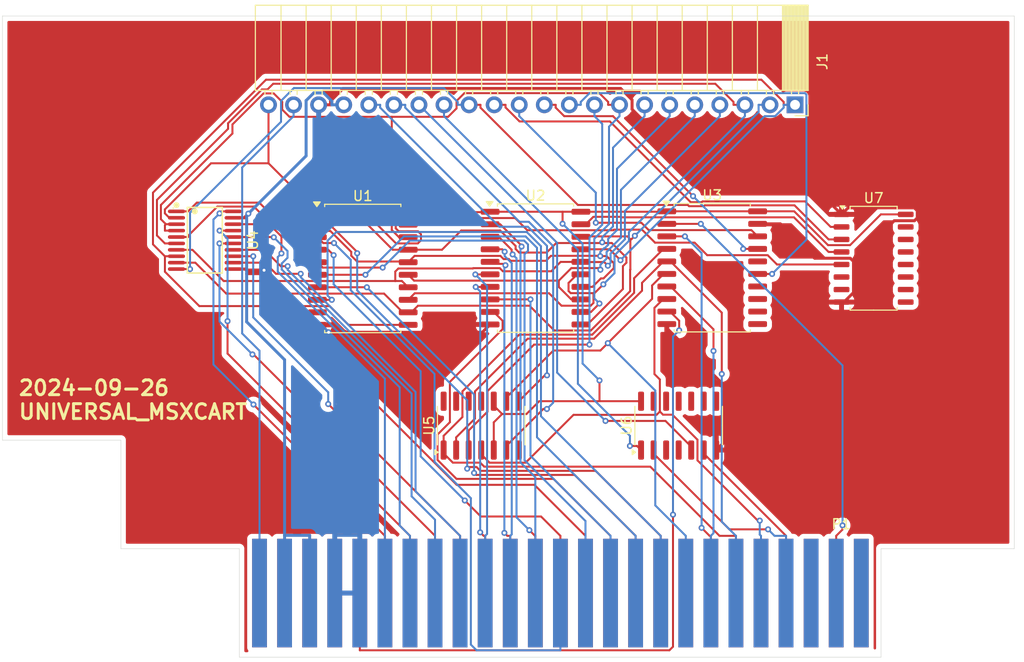
<source format=kicad_pcb>
(kicad_pcb (version 20240108) (generator "pcbnew") (generator_version "8.0")
  (layers (0 "F.Cu" signal) (31 "B.Cu" signal) (34 "B.Paste" user) (35 "F.Paste" user) (36 "B.SilkS" user "B.Silkscreen") (37 "F.SilkS" user "F.Silkscreen") (38 "B.Mask" user) (39 "F.Mask" user) (44 "Edge.Cuts" user))
  (net 0 "")
  (net 1 "+5V")
  (net 2 "/RC15")
  (net 3 "/RD4")
  (net 4 "/RC8")
  (net 5 "/SOUNDIN")
  (net 6 "/RC13")
  (net 7 "/RC17")
  (net 8 "/RD1")
  (net 9 "/RD7")
  (net 10 "/RD3")
  (net 11 "/RC12")
  (net 12 "/RC10")
  (net 13 "/RD0")
  (net 14 "/RD2")
  (net 15 "GND")
  (net 16 "/RD5")
  (net 17 "/RC9")
  (net 18 "/RD6")
  (net 19 "/RC14")
  (net 20 "/RC16")
  (net 21 "/RC11")
  (net 22 "/WAIT")
  (net 23 "/A2")
  (net 25 "/A5")
  (net 27 "/IORQ")
  (net 28 "/A15")
  (net 29 "/A0")
  (net 30 "/D7")
  (net 31 "/D1")
  (net 32 "/M1")
  (net 33 "/A6")
  (net 36 "/SLTSL")
  (net 37 "/CLK")
  (net 39 "/D2")
  (net 40 "/A3")
  (net 41 "/A12")
  (net 42 "/A14")
  (net 43 "/D0")
  (net 44 "/A4")
  (net 45 "/RD")
  (net 47 "/D5")
  (net 48 "/A11")
  (net 50 "/A10")
  (net 52 "/D6")
  (net 53 "/D3")
  (net 54 "/INT")
  (net 55 "/A13")
  (net 56 "/A8")
  (net 57 "/MREQ")
  (net 58 "/D4")
  (net 59 "/A1")
  (net 60 "/BUSDIR")
  (net 61 "/RESET")
  (net 62 "/A9")
  (net 63 "/WR")
  (net 66 "/A7")
  (net 67 "/ADDRH")
  (net 68 "+3V3")
  (net 69 "/ADDRL")
  (footprint "Package_SO:SOP-20_7.5x12.8mm_P1.27mm" (layer "F.Cu") (at 150.4 73.515)
    (property "Reference" "U3")
    (property "Value" "74HC245")
  )
  (footprint "library:msx_cartridge" (layer "F.Cu") (at 135.02 106.627)
    (property "Reference" "P1")
    (property "Value" "CONN_02X25")
  )
  (footprint "Package_SO:SOIC-14_3.9x8.7mm_P1.27mm" (layer "F.Cu") (at 127 89.525 90)
    (property "Reference" "U5")
    (property "Value" "74LS08")
  )
  (footprint "Package_SO:SOP-20_7.5x12.8mm_P1.27mm" (layer "F.Cu") (at 115 73.595)
    (property "Reference" "U1")
    (property "Value" "74HC245")
  )
  (footprint "Connector_PinSocket_2.54mm:PinSocket_1x22_P2.54mm_Horizontal" (layer "F.Cu") (at 158.79 57 -90)
    (property "Reference" "J1")
    (property "Value" "Conn_01x21_Pin")
  )
  (footprint "Package_SO:SOP-20_7.5x12.8mm_P1.27mm" (layer "F.Cu") (at 132.5 73.555)
    (property "Reference" "U2")
    (property "Value" "74HC245")
  )
  (footprint "Package_SO:SOIC-16_4.55x10.3mm_P1.27mm" (layer "F.Cu") (at 166.75 72.555)
    (property "Reference" "U7")
    (property "Value" "74LS139")
  )
  (footprint "Package_SO:SOIC-14_3.9x8.7mm_P1.27mm" (layer "F.Cu") (at 147 89.525 90)
    (property "Reference" "U6")
    (property "Value" "74LS07")
  )
  (footprint "library:TSSOP-20_L6.5-W4.4-P0.65-LS6.4-BL" (layer "F.Cu") (at 99 70.73 -90)
    (property "Reference" "U4")
    (property "Value" "TXB0108PW")
  )
  (gr_line (start 78.5 48) (end 78.5 48) (stroke (width 0.05)) (layer "Edge.Cuts"))
  (gr_line (start 90.5 91) (end 90.5 102) (stroke (width 0.05)) (layer "Edge.Cuts"))
  (gr_line (start 102.5 102) (end 102.5 113) (stroke (width 0.05)) (layer "Edge.Cuts"))
  (gr_line (start 181 102) (end 181 48) (stroke (width 0.05)) (layer "Edge.Cuts"))
  (gr_line (start 167.5 113) (end 167.5 102) (stroke (width 0.05)) (layer "Edge.Cuts"))
  (gr_line (start 167.5 102) (end 181 102) (stroke (width 0.05)) (layer "Edge.Cuts"))
  (gr_line (start 181 48) (end 78.5 48) (stroke (width 0.05)) (layer "Edge.Cuts"))
  (gr_line (start 78.5 91) (end 90.5 91) (stroke (width 0.05)) (layer "Edge.Cuts"))
  (gr_line (start 78.5 48) (end 78.5 91) (stroke (width 0.05)) (layer "Edge.Cuts"))
  (gr_line (start 90.5 102) (end 102.5 102) (stroke (width 0.05)) (layer "Edge.Cuts"))
  (gr_line (start 102.5 113) (end 167.5 113) (stroke (width 0.05)) (layer "Edge.Cuts"))
  (gr_text "2024-09-26\nUNIVERSAL_MSXCART" (at 80 89 0) (layer "F.SilkS") (effects (font (size 1.5 1.5) (thickness 0.3) (bold yes)) (justify left bottom)))
  (segment (start 103.0938 68.346) (end 103.407 68.0328) (width 0.3) (layer "F.Cu") (net 1))
  (segment (start 101.871 68.4549) (end 103.0938 68.4549) (width 0.3) (layer "F.Cu") (net 1))
  (segment (start 103.0938 68.4549) (end 103.0938 68.346) (width 0.3) (layer "F.Cu") (net 1))
  (via (at 103.407 68.0328) (size 0.6) (drill 0.3) (layers "F.Cu" "B.Cu") (net 1))
  (segment (start 113.07 57) (end 111.8683 57) (width 0.3) (layer "B.Cu") (net 1))
  (segment (start 110.0311 55.7983) (end 109.2599 56.5695) (width 0.3) (layer "B.Cu") (net 1))
  (segment (start 109.2599 62.1799) (end 103.407 68.0328) (width 0.3) (layer "B.Cu") (net 1))
  (segment (start 111.0401 55.7983) (end 110.0311 55.7983) (width 0.3) (layer "B.Cu") (net 1))
  (segment (start 103.407 68.0328) (end 103.2375 68.2023) (width 0.3) (layer "B.Cu") (net 1))
  (segment (start 109.2599 56.5695) (end 109.2599 62.1799) (width 0.3) (layer "B.Cu") (net 1))
  (segment (start 111.8683 57) (end 111.8683 56.6265) (width 0.3) (layer "B.Cu") (net 1))
  (segment (start 107.08 100.6483) (end 109.62 100.6483) (width 0.3) (layer "B.Cu") (net 1))
  (segment (start 103.2375 79.0063) (end 107.08 82.8488) (width 0.3) (layer "B.Cu") (net 1))
  (segment (start 107.08 106.5) (end 107.08 100.6483) (width 0.3) (layer "B.Cu") (net 1))
  (segment (start 107.08 82.8488) (end 107.08 100.6483) (width 0.3) (layer "B.Cu") (net 1))
  (segment (start 103.2375 68.2023) (end 103.2375 79.0063) (width 0.3) (layer "B.Cu") (net 1))
  (segment (start 109.62 106.5) (end 109.62 100.6483) (width 0.3) (layer "B.Cu") (net 1))
  (segment (start 111.8683 56.6265) (end 111.0401 55.7983) (width 0.3) (layer "B.Cu") (net 1))
  (segment (start 148.27 91.6514) (end 148.27 92) (width 0.2) (layer "F.Cu") (net 2))
  (segment (start 145.6669 89.0483) (end 148.27 91.6514) (width 0.2) (layer "F.Cu") (net 2))
  (segment (start 139.5887 89.0483) (end 145.6669 89.0483) (width 0.2) (layer "F.Cu") (net 2))
  (via (at 139.5887 89.0483) (size 0.6) (drill 0.3) (layers "F.Cu" "B.Cu") (net 2))
  (segment (start 134.6883 84.1479) (end 139.5887 89.0483) (width 0.2) (layer "B.Cu") (net 2))
  (segment (start 120.69 57) (end 134.6883 70.9983) (width 0.2) (layer "B.Cu") (net 2))
  (segment (start 134.6883 70.9983) (end 134.6883 84.1479) (width 0.2) (layer "B.Cu") (net 2))
  (segment (start 138.9064 73.555) (end 139.0691 73.7177) (width 0.2) (layer "F.Cu") (net 3))
  (segment (start 134.8595 74.8249) (end 134.8595 75.4663) (width 0.2) (layer "F.Cu") (net 3))
  (segment (start 134.8595 74.8249) (end 136.1294 73.555) (width 0.2) (layer "F.Cu") (net 3))
  (segment (start 136.1294 73.555) (end 138.9064 73.555) (width 0.2) (layer "F.Cu") (net 3))
  (segment (start 120.1949 74.8249) (end 134.8595 74.8249) (width 0.2) (layer "F.Cu") (net 3))
  (segment (start 134.8595 75.4663) (end 136.1232 76.73) (width 0.2) (layer "F.Cu") (net 3))
  (segment (start 136.1232 76.73) (end 137.1 76.73) (width 0.2) (layer "F.Cu") (net 3))
  (segment (start 119.6 74.23) (end 120.1949 74.8249) (width 0.2) (layer "F.Cu") (net 3))
  (via (at 139.0691 73.7177) (size 0.6) (drill 0.3) (layers "F.Cu" "B.Cu") (net 3))
  (segment (start 148.63 58.1517) (end 141.1515 65.6302) (width 0.2) (layer "B.Cu") (net 3))
  (segment (start 139.0691 73.2179) (end 139.0691 73.7177) (width 0.2) (layer "B.Cu") (net 3))
  (segment (start 141.1515 65.6302) (end 141.1515 70.4662) (width 0.2) (layer "B.Cu") (net 3))
  (segment (start 139.6989 71.9188) (end 139.6989 72.5881) (width 0.2) (layer "B.Cu") (net 3))
  (segment (start 139.6989 72.5881) (end 139.0691 73.2179) (width 0.2) (layer "B.Cu") (net 3))
  (segment (start 148.63 57) (end 148.63 58.1517) (width 0.2) (layer "B.Cu") (net 3))
  (segment (start 141.1515 70.4662) (end 139.6989 71.9188) (width 0.2) (layer "B.Cu") (net 3))
  (segment (start 125.73 92) (end 125.73 90.0136) (width 0.2) (layer "F.Cu") (net 4))
  (segment (start 125.73 90.0136) (end 127.635 88.1086) (width 0.2) (layer "F.Cu") (net 4))
  (segment (start 132.3526 81.3096) (end 137.9647 81.3096) (width 0.2) (layer "F.Cu") (net 4))
  (segment (start 127.635 88.1086) (end 127.635 86.0272) (width 0.2) (layer "F.Cu") (net 4))
  (segment (start 127.635 86.0272) (end 132.3526 81.3096) (width 0.2) (layer "F.Cu") (net 4))
  (via (at 137.9647 81.3096) (size 0.6) (drill 0.3) (layers "F.Cu" "B.Cu") (net 4))
  (segment (start 138.47 58.1517) (end 139.2553 58.937) (width 0.2) (layer "B.Cu") (net 4))
  (segment (start 139.2553 69.1593) (end 137.9648 70.4498) (width 0.2) (layer "B.Cu") (net 4))
  (segment (start 137.9648 81.3096) (end 137.9647 81.3096) (width 0.2) (layer "B.Cu") (net 4))
  (segment (start 138.47 57) (end 138.47 58.1517) (width 0.2) (layer "B.Cu") (net 4))
  (segment (start 139.2553 58.937) (end 139.2553 69.1593) (width 0.2) (layer "B.Cu") (net 4))
  (segment (start 137.9648 70.4498) (end 137.9648 81.3096) (width 0.2) (layer "B.Cu") (net 4))
  (segment (start 107.99 58.1517) (end 102.7828 63.3589) (width 0.2) (layer "B.Cu") (net 5))
  (segment (start 102.7828 63.3589) (end 102.7828 80.1792) (width 0.2) (layer "B.Cu") (net 5))
  (segment (start 104.54 106.5) (end 104.54 81.9364) (width 0.2) (layer "B.Cu") (net 5))
  (segment (start 102.7828 80.1792) (end 104.54 81.9364) (width 0.2) (layer "B.Cu") (net 5))
  (segment (start 107.99 57) (end 107.99 58.1517) (width 0.2) (layer "B.Cu") (net 5))
  (segment (start 126.9217 57) (end 126.9217 57.2879) (width 0.2) (layer "F.Cu") (net 6))
  (segment (start 158.7372 67.1965) (end 162.1907 70.65) (width 0.2) (layer "F.Cu") (net 6))
  (segment (start 96.129 73.6551) (end 97.3018 73.6551) (width 0.2) (layer "F.Cu") (net 6))
  (segment (start 149.6479 67.1965) (end 158.7372 67.1965) (width 0.2) (layer "F.Cu") (net 6))
  (segment (start 126.9217 57.2879) (end 136.7879 67.1541) (width 0.2) (layer "F.Cu") (net 6))
  (segment (start 136.7879 67.1541) (end 147.9277 67.1541) (width 0.2) (layer "F.Cu") (net 6))
  (segment (start 97.3018 73.6551) (end 97.5024 73.6551) (width 0.2) (layer "F.Cu") (net 6))
  (segment (start 162.1907 70.65) (end 163.5 70.65) (width 0.2) (layer "F.Cu") (net 6))
  (segment (start 148.0521 67.2785) (end 149.5659 67.2785) (width 0.2) (layer "F.Cu") (net 6))
  (segment (start 125.77 57) (end 126.9217 57) (width 0.2) (layer "F.Cu") (net 6))
  (segment (start 147.9277 67.1541) (end 148.0521 67.2785) (width 0.2) (layer "F.Cu") (net 6))
  (segment (start 149.5659 67.2785) (end 149.6479 67.1965) (width 0.2) (layer "F.Cu") (net 6))
  (via (at 97.5024 73.6551) (size 0.6) (drill 0.3) (layers "F.Cu" "B.Cu") (net 6))
  (segment (start 106.72 56.6039) (end 106.72 58.7226) (width 0.2) (layer "B.Cu") (net 6))
  (segment (start 108.0201 55.3038) (end 106.72 56.6039) (width 0.2) (layer "B.Cu") (net 6))
  (segment (start 125.77 57) (end 124.6183 57) (width 0.2) (layer "B.Cu") (net 6))
  (segment (start 97.5024 67.9402) (end 97.5024 73.6551) (width 0.2) (layer "B.Cu") (net 6))
  (segment (start 124.6183 57) (end 124.6183 56.7121) (width 0.2) (layer "B.Cu") (net 6))
  (segment (start 124.6183 56.7121) (end 123.21 55.3038) (width 0.2) (layer "B.Cu") (net 6))
  (segment (start 106.72 58.7226) (end 97.5024 67.9402) (width 0.2) (layer "B.Cu") (net 6))
  (segment (start 123.21 55.3038) (end 108.0201 55.3038) (width 0.2) (layer "B.Cu") (net 6))
  (segment (start 133.4306 84.4294) (end 133.6641 84.4294) (width 0.2) (layer "F.Cu") (net 7))
  (segment (start 130.81 87.05) (end 133.4306 84.4294) (width 0.2) (layer "F.Cu") (net 7))
  (via (at 133.6641 84.4294) (size 0.6) (drill 0.3) (layers "F.Cu" "B.Cu") (net 7))
  (segment (start 133.6641 71.3054) (end 133.6641 84.4294) (width 0.2) (layer "B.Cu") (net 7))
  (segment (start 115.61 57) (end 116.7617 57) (width 0.2) (layer "B.Cu") (net 7))
  (segment (start 116.7617 57.288) (end 128.8325 69.3588) (width 0.2) (layer "B.Cu") (net 7))
  (segment (start 131.7175 69.3588) (end 133.6641 71.3054) (width 0.2) (layer "B.Cu") (net 7))
  (segment (start 116.7617 57) (end 116.7617 57.288) (width 0.2) (layer "B.Cu") (net 7))
  (segment (start 128.8325 69.3588) (end 131.7175 69.3588) (width 0.2) (layer "B.Cu") (net 7))
  (segment (start 142.1079 70.6313) (end 141.8177 70.3411) (width 0.2) (layer "F.Cu") (net 8))
  (segment (start 138.0991 79.8795) (end 142.0862 75.8924) (width 0.2) (layer "F.Cu") (net 8))
  (segment (start 119.9197 78.04) (end 120.5947 77.365) (width 0.2) (layer "F.Cu") (net 8))
  (segment (start 117.1535 76.1395) (end 119.054 78.04) (width 0.2) (layer "F.Cu") (net 8))
  (segment (start 137.1389 70.3411) (end 137.1 70.38) (width 0.2) (layer "F.Cu") (net 8))
  (segment (start 120.5947 77.365) (end 131.8859 77.365) (width 0.2) (layer "F.Cu") (net 8))
  (segment (start 98.0359 73.0051) (end 101.1703 76.1395) (width 0.2) (layer "F.Cu") (net 8))
  (segment (start 119.6 78.04) (end 119.9197 78.04) (width 0.2) (layer "F.Cu") (net 8))
  (segment (start 141.8177 70.3411) (end 137.1389 70.3411) (width 0.2) (layer "F.Cu") (net 8))
  (segment (start 131.8859 77.365) (end 134.4004 79.8795) (width 0.2) (layer "F.Cu") (net 8))
  (segment (start 119.054 78.04) (end 119.6 78.04) (width 0.2) (layer "F.Cu") (net 8))
  (segment (start 142.2105 70.6313) (end 142.5615 70.2803) (width 0.2) (layer "F.Cu") (net 8))
  (segment (start 134.4004 79.8795) (end 138.0991 79.8795) (width 0.2) (layer "F.Cu") (net 8))
  (segment (start 142.1079 73.6885) (end 142.1079 70.6313) (width 0.2) (layer "F.Cu") (net 8))
  (segment (start 142.0862 73.7102) (end 142.1079 73.6885) (width 0.2) (layer "F.Cu") (net 8))
  (segment (start 142.0862 75.8924) (end 142.0862 73.7102) (width 0.2) (layer "F.Cu") (net 8))
  (segment (start 96.129 73.0051) (end 98.0359 73.0051) (width 0.2) (layer "F.Cu") (net 8))
  (segment (start 142.1079 70.6313) (end 142.2105 70.6313) (width 0.2) (layer "F.Cu") (net 8))
  (segment (start 101.1703 76.1395) (end 117.1535 76.1395) (width 0.2) (layer "F.Cu") (net 8))
  (via (at 142.5615 70.2803) (size 0.6) (drill 0.3) (layers "F.Cu" "B.Cu") (net 8))
  (segment (start 155.0983 57) (end 155.0983 57.7435) (width 0.2) (layer "B.Cu") (net 8))
  (segment (start 155.0983 57.7435) (end 142.5615 70.2803) (width 0.2) (layer "B.Cu") (net 8))
  (segment (start 156.25 57) (end 155.0983 57) (width 0.2) (layer "B.Cu") (net 8))
  (segment (start 117.9371 58.2167) (end 107.573 58.2167) (width 0.2) (layer "F.Cu") (net 9))
  (segment (start 138.1203 78) (end 138.9755 77.1448) (width 0.2) (layer "F.Cu") (net 9))
  (segment (start 95.0571 69.1049) (end 94.9562 69.2058) (width 0.2) (layer "F.Cu") (net 9))
  (segment (start 96.129 69.1049) (end 95.0571 69.1049) (width 0.2) (layer "F.Cu") (net 9))
  (segment (start 124.5 56.6097) (end 124.5 57.3624) (width 0.2) (layer "F.Cu") (net 9))
  (segment (start 117.9371 69.6903) (end 118.6668 70.42) (width 0.2) (layer "F.Cu") (net 9))
  (segment (start 125.2918 55.8179) (end 124.5 56.6097) (width 0.2) (layer "F.Cu") (net 9))
  (segment (start 117.9371 58.2167) (end 117.9371 69.6903) (width 0.2) (layer "F.Cu") (net 9))
  (segment (start 139.8583 57) (end 139.8583 56.7121) (width 0.2) (layer "F.Cu") (net 9))
  (segment (start 118.6668 70.42) (end 119.6 70.42) (width 0.2) (layer "F.Cu") (net 9))
  (segment (start 105.9751 55.8452) (end 104.9463 55.8452) (width 0.2) (layer "F.Cu") (net 9))
  (segment (start 124.5 57.3624) (end 123.6457 58.2167) (width 0.2) (layer "F.Cu") (net 9))
  (segment (start 139.8583 56.7121) (end 138.9641 55.8179) (width 0.2) (layer "F.Cu") (net 9))
  (segment (start 141.01 57) (end 139.8583 57) (width 0.2) (layer "F.Cu") (net 9))
  (segment (start 101.7965 58.995) (end 101.7965 59.909) (width 0.2) (layer "F.Cu") (net 9))
  (segment (start 96.129 69.7549) (end 94.9562 69.7549) (width 0.2) (layer "F.Cu") (net 9))
  (segment (start 137.1 78) (end 138.1203 78) (width 0.2) (layer "F.Cu") (net 9))
  (segment (start 94.5491 67.1564) (end 94.5491 68.5969) (width 0.2) (layer "F.Cu") (net 9))
  (segment (start 123.6457 58.2167) (end 117.9371 58.2167) (width 0.2) (layer "F.Cu") (net 9))
  (segment (start 94.9562 69.2058) (end 94.9562 69.7549) (width 0.2) (layer "F.Cu") (net 9))
  (segment (start 101.7965 59.909) (end 94.5491 67.1564) (width 0.2) (layer "F.Cu") (net 9))
  (segment (start 94.5491 68.5969) (end 95.0571 69.1049) (width 0.2) (layer "F.Cu") (net 9))
  (segment (start 106.8383 56.7084) (end 105.9751 55.8452) (width 0.2) (layer "F.Cu") (net 9))
  (segment (start 106.8383 57.482) (end 106.8383 56.7084) (width 0.2) (layer "F.Cu") (net 9))
  (segment (start 104.9463 55.8452) (end 101.7965 58.995) (width 0.2) (layer "F.Cu") (net 9))
  (segment (start 138.9641 55.8179) (end 125.2918 55.8179) (width 0.2) (layer "F.Cu") (net 9))
  (segment (start 107.573 58.2167) (end 106.8383 57.482) (width 0.2) (layer "F.Cu") (net 9))
  (via (at 138.9755 77.1448) (size 0.6) (drill 0.3) (layers "F.Cu" "B.Cu") (net 9))
  (segment (start 138.4551 70.5782) (end 138.4551 76.6244) (width 0.2) (layer "B.Cu") (net 9))
  (segment (start 139.9449 59.2168) (end 139.9449 69.0884) (width 0.2) (layer "B.Cu") (net 9))
  (segment (start 138.4551 76.6244) (end 138.9755 77.1448) (width 0.2) (layer "B.Cu") (net 9))
  (segment (start 141.01 58.1517) (end 139.9449 59.2168) (width 0.2) (layer "B.Cu") (net 9))
  (segment (start 139.9449 69.0884) (end 138.4551 70.5782) (width 0.2) (layer "B.Cu") (net 9))
  (segment (start 141.01 57) (end 141.01 58.1517) (width 0.2) (layer "B.Cu") (net 9))
  (segment (start 100.9084 74.8649) (end 118.2925 74.8649) (width 0.2) (layer "F.Cu") (net 10))
  (segment (start 137.1103 72.9406) (end 137.1 72.9303) (width 0.2) (layer "F.Cu") (net 10))
  (segment (start 118.9649 74.8649) (end 119.6 75.5) (width 0.2) (layer "F.Cu") (net 10))
  (segment (start 129.1948 73.8796) (end 128.876 73.5608) (width 0.2) (layer "F.Cu") (net 10))
  (segment (start 126.192 73.5608) (end 126.1578 73.595) (width 0.2) (layer "F.Cu") (net 10))
  (segment (start 134.0926 73.8796) (end 129.1948 73.8796) (width 0.2) (layer "F.Cu") (net 10))
  (segment (start 126.1578 73.595) (end 118.606 73.595) (width 0.2) (layer "F.Cu") (net 10))
  (segment (start 118.2925 73.9085) (end 118.2925 74.8649) (width 0.2) (layer "F.Cu") (net 10))
  (segment (start 118.2925 74.8649) (end 118.9649 74.8649) (width 0.2) (layer "F.Cu") (net 10))
  (segment (start 135.0419 72.9303) (end 134.0926 73.8796) (width 0.2) (layer "F.Cu") (net 10))
  (segment (start 118.606 73.595) (end 118.2925 73.9085) (width 0.2) (layer "F.Cu") (net 10))
  (segment (start 139.4549 72.9406) (end 137.1103 72.9406) (width 0.2) (layer "F.Cu") (net 10))
  (segment (start 128.876 73.5608) (end 126.192 73.5608) (width 0.2) (layer "F.Cu") (net 10))
  (segment (start 96.129 71.7051) (end 97.7486 71.7051) (width 0.2) (layer "F.Cu") (net 10))
  (segment (start 139.8262 73.3119) (end 139.4549 72.9406) (width 0.2) (layer "F.Cu") (net 10))
  (segment (start 97.7486 71.7051) (end 100.9084 74.8649) (width 0.2) (layer "F.Cu") (net 10))
  (segment (start 137.1 72.9303) (end 135.0419 72.9303) (width 0.2) (layer "F.Cu") (net 10))
  (segment (start 137.1 72.92) (end 137.1 72.9303) (width 0.2) (layer "F.Cu") (net 10))
  (via (at 139.8262 73.3119) (size 0.6) (drill 0.3) (layers "F.Cu" "B.Cu") (net 10))
  (segment (start 141.5532 70.6346) (end 140.1006 72.0872) (width 0.2) (layer "B.Cu") (net 10))
  (segment (start 140.1006 73.0375) (end 139.8262 73.3119) (width 0.2) (layer "B.Cu") (net 10))
  (segment (start 151.17 58.1517) (end 141.5532 67.7685) (width 0.2) (layer "B.Cu") (net 10))
  (segment (start 140.1006 72.0872) (end 140.1006 73.0375) (width 0.2) (layer "B.Cu") (net 10))
  (segment (start 141.5532 67.7685) (end 141.5532 70.6346) (width 0.2) (layer "B.Cu") (net 10))
  (segment (start 151.17 57) (end 151.17 58.1517) (width 0.2) (layer "B.Cu") (net 10))
  (segment (start 149.3383 66.8751) (end 148.2179 66.8751) (width 0.2) (layer "F.Cu") (net 11))
  (segment (start 148.2179 66.8751) (end 140.0312 58.6884) (width 0.2) (layer "F.Cu") (net 11))
  (segment (start 149.4186 66.7948) (end 149.3383 66.8751) (width 0.2) (layer "F.Cu") (net 11))
  (segment (start 159.8141 66.7948) (end 149.4186 66.7948) (width 0.2) (layer "F.Cu") (net 11))
  (segment (start 128.31 57) (end 129.4617 57) (width 0.2) (layer "F.Cu") (net 11))
  (segment (start 129.4617 57.2685) (end 129.4617 57) (width 0.2) (layer "F.Cu") (net 11))
  (segment (start 140.0312 58.6884) (end 130.8816 58.6884) (width 0.2) (layer "F.Cu") (net 11))
  (segment (start 130.8816 58.6884) (end 129.4617 57.2685) (width 0.2) (layer "F.Cu") (net 11))
  (segment (start 163.5 69.38) (end 162.3993 69.38) (width 0.2) (layer "F.Cu") (net 11))
  (segment (start 162.3993 69.38) (end 159.8141 66.7948) (width 0.2) (layer "F.Cu") (net 11))
  (segment (start 133.39 57) (end 134.5417 57) (width 0.2) (layer "F.Cu") (net 12))
  (segment (start 134.5417 57.288) (end 135.4054 58.1517) (width 0.2) (layer "F.Cu") (net 12))
  (segment (start 135.4054 58.1517) (end 140.3489 58.1517) (width 0.2) (layer "F.Cu") (net 12))
  (segment (start 134.5417 57) (end 134.5417 57.288) (width 0.2) (layer "F.Cu") (net 12))
  (segment (start 155 71.61) (end 153.5377 71.61) (width 0.2) (layer "F.Cu") (net 12))
  (segment (start 140.3489 58.1517) (end 148.4589 66.2617) (width 0.2) (layer "F.Cu") (net 12))
  (via (at 148.4589 66.2617) (size 0.6) (drill 0.3) (layers "F.Cu" "B.Cu") (net 12))
  (via (at 153.5377 71.61) (size 0.6) (drill 0.3) (layers "F.Cu" "B.Cu") (net 12))
  (segment (start 153.5377 71.61) (end 153.5377 71.3405) (width 0.2) (layer "B.Cu") (net 12))
  (segment (start 153.5377 71.3405) (end 148.4589 66.2617) (width 0.2) (layer "B.Cu") (net 12))
  (segment (start 155.3828 54.4566) (end 105.1989 54.4566) (width 0.2) (layer "F.Cu") (net 13))
  (segment (start 113.5558 79.31) (end 119.6 79.31) (width 0.2) (layer "F.Cu") (net 13))
  (segment (start 158.79 57) (end 157.6383 57) (width 0.2) (layer "F.Cu") (net 13))
  (segment (start 157.6383 56.7121) (end 155.3828 54.4566) (width 0.2) (layer "F.Cu") (net 13))
  (segment (start 93.7457 71.1446) (end 94.9562 72.3551) (width 0.2) (layer "F.Cu") (net 13))
  (segment (start 111.6523 77.4065) (end 113.5558 79.31) (width 0.2) (layer "F.Cu") (net 13))
  (segment (start 94.9562 73.9234) (end 98.4393 77.4065) (width 0.2) (layer "F.Cu") (net 13))
  (segment (start 93.7457 65.9098) (end 93.7457 71.1446) (width 0.2) (layer "F.Cu") (net 13))
  (segment (start 94.9562 72.3551) (end 94.9562 73.9234) (width 0.2) (layer "F.Cu") (net 13))
  (segment (start 96.129 72.3551) (end 94.9562 72.3551) (width 0.2) (layer "F.Cu") (net 13))
  (segment (start 139.9993 71.65) (end 141.1041 72.7548) (width 0.2) (layer "F.Cu") (net 13))
  (segment (start 98.4393 77.4065) (end 111.6523 77.4065) (width 0.2) (layer "F.Cu") (net 13))
  (segment (start 137.1 71.65) (end 139.9993 71.65) (width 0.2) (layer "F.Cu") (net 13))
  (segment (start 157.6383 57) (end 157.6383 56.7121) (width 0.2) (layer "F.Cu") (net 13))
  (segment (start 105.1989 54.4566) (end 93.7457 65.9098) (width 0.2) (layer "F.Cu") (net 13))
  (via (at 141.1041 72.7548) (size 0.6) (drill 0.3) (layers "F.Cu" "B.Cu") (net 13))
  (segment (start 157.6383 57) (end 157.6383 57.288) (width 0.2) (layer "B.Cu") (net 13))
  (segment (start 155.7072 58.1517) (end 141.1041 72.7548) (width 0.2) (layer "B.Cu") (net 13))
  (segment (start 157.6383 57.288) (end 156.7746 58.1517) (width 0.2) (layer "B.Cu") (net 13))
  (segment (start 156.7746 58.1517) (end 155.7072 58.1517) (width 0.2) (layer "B.Cu") (net 13))
  (segment (start 158.79 57) (end 157.6383 57) (width 0.2) (layer "B.Cu") (net 13))
  (segment (start 101.3535 58.87) (end 101.3535 59.438) (width 0.2) (layer "F.Cu") (net 14))
  (segment (start 96.129 71.0551) (end 94.9562 71.0551) (width 0.2) (layer "F.Cu") (net 14))
  (segment (start 152.5583 57) (end 152.5583 56.7121) (width 0.2) (layer "F.Cu") (net 14))
  (segment (start 133.8757 76.1094) (end 135.1313 77.365) (width 0.2) (layer "F.Cu") (net 14))
  (segment (start 120.2606 76.1094) (end 133.8757 76.1094) (width 0.2) (layer "F.Cu") (net 14))
  (segment (start 138.0885 77.365) (end 138.3712 77.0823) (width 0.2) (layer "F.Cu") (net 14))
  (segment (start 153.71 57) (end 152.5583 57) (width 0.2) (layer "F.Cu") (net 14))
  (segment (start 135.1313 77.365) (end 138.0885 77.365) (width 0.2) (layer "F.Cu") (net 14))
  (segment (start 101.3535 59.438) (end 94.1474 66.6441) (width 0.2) (layer "F.Cu") (net 14))
  (segment (start 150.7136 54.8674) (end 105.9241 54.8674) (width 0.2) (layer "F.Cu") (net 14))
  (segment (start 139.3696 75.2052) (end 138.4814 76.0934) (width 0.2) (layer "F.Cu") (net 14))
  (segment (start 136.0644 76.0934) (end 135.8447 75.8737) (width 0.2) (layer "F.Cu") (net 14))
  (segment (start 135.8447 75.063) (end 136.7177 74.19) (width 0.2) (layer "F.Cu") (net 14))
  (segment (start 152.5583 56.7121) (end 150.7136 54.8674) (width 0.2) (layer "F.Cu") (net 14))
  (segment (start 138.4814 76.0934) (end 138.3712 76.0934) (width 0.2) (layer "F.Cu") (net 14))
  (segment (start 136.7177 74.19) (end 137.1 74.19) (width 0.2) (layer "F.Cu") (net 14))
  (segment (start 135.8447 75.8737) (end 135.8447 75.063) (width 0.2) (layer "F.Cu") (net 14))
  (segment (start 94.1474 66.6441) (end 94.1474 70.2463) (width 0.2) (layer "F.Cu") (net 14))
  (segment (start 105.348 55.4435) (end 104.78 55.4435) (width 0.2) (layer "F.Cu") (net 14))
  (segment (start 138.3712 77.0823) (end 138.3712 76.0934) (width 0.2) (layer "F.Cu") (net 14))
  (segment (start 94.1474 70.2463) (end 94.9562 71.0551) (width 0.2) (layer "F.Cu") (net 14))
  (segment (start 119.6 76.77) (end 120.2606 76.1094) (width 0.2) (layer "F.Cu") (net 14))
  (segment (start 138.3712 76.0934) (end 136.0644 76.0934) (width 0.2) (layer "F.Cu") (net 14))
  (segment (start 104.78 55.4435) (end 101.3535 58.87) (width 0.2) (layer "F.Cu") (net 14))
  (segment (start 105.9241 54.8674) (end 105.348 55.4435) (width 0.2) (layer "F.Cu") (net 14))
  (via (at 139.3696 75.2052) (size 0.6) (drill 0.3) (layers "F.Cu" "B.Cu") (net 14))
  (segment (start 140.5023 74.0725) (end 139.3696 75.2052) (width 0.2) (layer "B.Cu") (net 14))
  (segment (start 153.71 57) (end 153.71 58.1517) (width 0.2) (layer "B.Cu") (net 14))
  (segment (start 153.71 58.1517) (end 141.9597 69.902) (width 0.2) (layer "B.Cu") (net 14))
  (segment (start 141.9597 69.902) (end 141.9597 70.8042) (width 0.2) (layer "B.Cu") (net 14))
  (segment (start 141.9597 70.8042) (end 140.5023 72.2616) (width 0.2) (layer "B.Cu") (net 14))
  (segment (start 140.5023 72.2616) (end 140.5023 74.0725) (width 0.2) (layer "B.Cu") (net 14))
  (segment (start 164.7107 72.8811) (end 168.839 68.7528) (width 0.3) (layer "F.Cu") (net 15))
  (segment (start 111.154 80.064) (end 111.5387 80.064) (width 0.3) (layer "F.Cu") (net 15))
  (segment (start 152.9478 84.557) (end 151.8301 85.6747) (width 0.3) (layer "F.Cu") (net 15))
  (segment (start 145.8 79.6447) (end 145.8 79.23) (width 0.3) (layer "F.Cu") (net 15))
  (segment (start 164.3846 72.555) (end 160.7818 72.555) (width 0.3) (layer "F.Cu") (net 15))
  (segment (start 160.7818 72.555) (end 157.2968 69.07) (width 0.3) (layer "F.Cu") (net 15))
  (segment (start 170.8883 68.7528) (end 171.1712 68.4699) (width 0.3) (layer "F.Cu") (net 15))
  (segment (start 111.7317 56.6245) (end 113.0128 55.3434) (width 0.3) (layer "F.Cu") (net 15))
  (segment (start 163.7444 77) (end 164.7107 76.0337) (width 0.3) (layer "F.Cu") (net 15))
  (segment (start 151.8301 85.6747) (end 151.5021 86.0027) (width 0.3) (layer "F.Cu") (net 15))
  (segment (start 151.5021 91.3079) (end 150.81 92) (width 0.3) (layer "F.Cu") (net 15))
  (segment (start 164.7107 76.0337) (end 164.7107 72.8811) (width 0.3) (layer "F.Cu") (net 15))
  (segment (start 161.0193 77) (end 153.4623 84.557) (width 0.3) (layer "F.Cu") (net 15))
  (segment (start 159.9652 64.5752) (end 163.5 68.11) (width 0.3) (layer "F.Cu") (net 15))
  (segment (start 153.4623 84.557) (end 152.9478 84.557) (width 0.3) (layer "F.Cu") (net 15))
  (segment (start 127.106 80.064) (end 111.5387 80.064) (width 0.3) (layer "F.Cu") (net 15))
  (segment (start 168.839 68.7528) (end 170.8883 68.7528) (width 0.3) (layer "F.Cu") (net 15))
  (segment (start 110.53 57) (end 111.7317 57) (width 0.3) (layer "F.Cu") (net 15))
  (segment (start 149.3992 64.5752) (end 159.9652 64.5752) (width 0.3) (layer "F.Cu") (net 15))
  (segment (start 171.1712 67.7414) (end 170.8783 67.4485) (width 0.3) (layer "F.Cu") (net 15))
  (segment (start 171.1712 68.4699) (end 171.1712 67.7414) (width 0.3) (layer "F.Cu") (net 15))
  (segment (start 103.2117 73.773) (end 104.9994 73.773) (width 0.3) (layer "F.Cu") (net 15))
  (segment (start 127.9 79.27) (end 127.106 80.064) (width 0.3) (layer "F.Cu") (net 15))
  (segment (start 113.0128 55.3434) (end 141.1242 55.3434) (width 0.3) (layer "F.Cu") (net 15))
  (segment (start 111.7317 57) (end 111.7317 56.6245) (width 0.3) (layer "F.Cu") (net 15))
  (segment (start 151.5021 86.0027) (end 151.5021 91.3079) (width 0.3) (layer "F.Cu") (net 15))
  (segment (start 110.4 79.31) (end 111.154 80.064) (width 0.3) (layer "F.Cu") (net 15))
  (segment (start 101.871 73.6551) (end 103.0938 73.6551) (width 0.3) (layer "F.Cu") (net 15))
  (segment (start 170.8783 67.4485) (end 164.1615 67.4485) (width 0.3) (layer "F.Cu") (net 15))
  (segment (start 141.1242 55.3434) (end 142.28 56.4992) (width 0.3) (layer "F.Cu") (net 15))
  (segment (start 163.5 77) (end 161.0193 77) (width 0.3) (layer "F.Cu") (net 15))
  (segment (start 164.1615 67.4485) (end 163.5 68.11) (width 0.3) (layer "F.Cu") (net 15))
  (segment (start 151.8301 85.6747) (end 145.8 79.6447) (width 0.3) (layer "F.Cu") (net 15))
  (segment (start 157.2968 69.07) (end 155 69.07) (width 0.3) (layer "F.Cu") (net 15))
  (segment (start 142.28 56.4992) (end 142.28 57.456) (width 0.3) (layer "F.Cu") (net 15))
  (segment (start 142.28 57.456) (end 149.3992 64.5752) (width 0.3) (layer "F.Cu") (net 15))
  (segment (start 164.7107 72.8811) (end 164.3846 72.555) (width 0.3) (layer "F.Cu") (net 15))
  (segment (start 163.5 77) (end 163.7444 77) (width 0.3) (layer "F.Cu") (net 15))
  (segment (start 103.0938 73.6551) (end 103.2117 73.773) (width 0.3) (layer "F.Cu") (net 15))
  (via (at 104.9994 73.773) (size 0.6) (drill 0.3) (layers "F.Cu" "B.Cu") (net 15))
  (via (at 111.5387 80.064) (size 0.6) (drill 0.3) (layers "F.Cu" "B.Cu") (net 15))
  (segment (start 105.3309 73.773) (end 105.3309 73.8562) (width 0.3) (layer "B.Cu") (net 15))
  (segment (start 104.9994 73.773) (end 105.3309 73.773) (width 0.3) (layer "B.Cu") (net 15))
  (segment (start 114.7 106.5) (end 114.7 100.6483) (width 0.3) (layer "B.Cu") (net 15))
  (segment (start 105.3309 73.8562) (end 111.5387 80.064) (width 0.3) (layer "B.Cu") (net 15))
  (segment (start 110.53 57) (end 110.53 64.9369) (width 0.3) (layer "B.Cu") (net 15))
  (segment (start 112.16 100.6483) (end 112.16 80.6853) (width 0.3) (layer "B.Cu") (net 15))
  (segment (start 112.16 106.5) (end 112.16 100.6483) (width 0.3) (layer "B.Cu") (net 15))
  (segment (start 105.3309 70.136) (end 105.3309 73.773) (width 0.3) (layer "B.Cu") (net 15))
  (segment (start 110.53 64.9369) (end 105.3309 70.136) (width 0.3) (layer "B.Cu") (net 15))
  (segment (start 112.16 100.6483) (end 114.7 100.6483) (width 0.3) (layer "B.Cu") (net 15))
  (segment (start 112.16 80.6853) (end 111.5387 80.064) (width 0.3) (layer "B.Cu") (net 15))
  (segment (start 128.9456 72.3177) (end 129.2661 72.6382) (width 0.2) (layer "F.Cu") (net 16))
  (segment (start 96.129 70.4051) (end 97.3018 70.4051) (width 0.2) (layer "F.Cu") (net 16))
  (segment (start 139.3855 74.6035) (end 139.1205 74.6035) (width 0.2) (layer "F.Cu") (net 16))
  (segment (start 139.7065 72.3389) (end 140.4291 73.0615) (width 0.2) (layer "F.Cu") (net 16))
  (segment (start 107.027 68.9049) (end 107.9146 69.7925) (width 0.2) (layer "F.Cu") (net 16))
  (segment (start 129.9719 72.8125) (end 133.5639 72.8125) (width 0.2) (layer "F.Cu") (net 16))
  (segment (start 140.4291 73.5599) (end 139.3855 74.6035) (width 0.2) (layer "F.Cu") (net 16))
  (segment (start 139.1205 74.6035) (end 138.264 75.46) (width 0.2) (layer "F.Cu") (net 16))
  (segment (start 139.027 72.3091) (end 139.0568 72.3389) (width 0.2) (layer "F.Cu") (net 16))
  (segment (start 100.2662 67.3211) (end 103.9711 67.3211) (width 0.2) (layer "F.Cu") (net 16))
  (segment (start 134.0673 72.3091) (end 139.027 72.3091) (width 0.2) (layer "F.Cu") (net 16))
  (segment (start 129.7976 72.6382) (end 129.9719 72.8125) (width 0.2) (layer "F.Cu") (net 16))
  (segment (start 133.5639 72.8125) (end 134.0673 72.3091) (width 0.2) (layer "F.Cu") (net 16))
  (segment (start 97.3018 70.4051) (end 97.3018 70.2855) (width 0.2) (layer "F.Cu") (net 16))
  (segment (start 97.3018 70.2855) (end 100.2662 67.3211) (width 0.2) (layer "F.Cu") (net 16))
  (segment (start 111.7107 69.7925) (end 113.8333 71.9151) (width 0.2) (layer "F.Cu") (net 16))
  (segment (start 129.2661 72.6382) (end 129.7976 72.6382) (width 0.2) (layer "F.Cu") (net 16))
  (segment (start 119.5288 72.8888) (end 119.6 72.96) (width 0.2) (layer "F.Cu") (net 16))
  (segment (start 107.9146 69.7925) (end 111.7107 69.7925) (width 0.2) (layer "F.Cu") (net 16))
  (segment (start 138.264 75.46) (end 137.1 75.46) (width 0.2) (layer "F.Cu") (net 16))
  (segment (start 105.5549 68.9049) (end 107.027 68.9049) (width 0.2) (layer "F.Cu") (net 16))
  (segment (start 114.4221 72.8888) (end 119.5288 72.8888) (width 0.2) (layer "F.Cu") (net 16))
  (segment (start 113.8333 71.9151) (end 113.8333 72.3) (width 0.2) (layer "F.Cu") (net 16))
  (segment (start 120.2423 72.3177) (end 128.9456 72.3177) (width 0.2) (layer "F.Cu") (net 16))
  (segment (start 139.0568 72.3389) (end 139.7065 72.3389) (width 0.2) (layer "F.Cu") (net 16))
  (segment (start 119.6 72.96) (end 120.2423 72.3177) (width 0.2) (layer "F.Cu") (net 16))
  (segment (start 113.8333 72.3) (end 114.4221 72.8888) (width 0.2) (layer "F.Cu") (net 16))
  (segment (start 140.4291 73.0615) (end 140.4291 73.5599) (width 0.2) (layer "F.Cu") (net 16))
  (segment (start 103.9711 67.3211) (end 105.5549 68.9049) (width 0.2) (layer "F.Cu") (net 16))
  (via (at 139.0568 72.3389) (size 0.6) (drill 0.3) (layers "F.Cu" "B.Cu") (net 16))
  (segment (start 139.0568 71.9159) (end 139.0568 72.3389) (width 0.2) (layer "B.Cu") (net 16))
  (segment (start 146.09 58.1517) (end 140.7498 63.4919) (width 0.2) (layer "B.Cu") (net 16))
  (segment (start 139.8586 71.1911) (end 139.504 71.5457) (width 0.2) (layer "B.Cu") (net 16))
  (segment (start 139.504 71.5457) (end 139.427 71.5457) (width 0.2) (layer "B.Cu") (net 16))
  (segment (start 140.7498 63.4919) (end 140.7498 69.7025) (width 0.2) (layer "B.Cu") (net 16))
  (segment (start 146.09 57) (end 146.09 58.1517) (width 0.2) (layer "B.Cu") (net 16))
  (segment (start 140.7498 69.7025) (end 139.8586 70.5937) (width 0.2) (layer "B.Cu") (net 16))
  (segment (start 139.8586 70.5937) (end 139.8586 71.1911) (width 0.2) (layer "B.Cu") (net 16))
  (segment (start 139.427 71.5457) (end 139.0568 71.9159) (width 0.2) (layer "B.Cu") (net 16))
  (segment (start 155 74.15) (end 156.4642 74.15) (width 0.2) (layer "F.Cu") (net 17))
  (via (at 156.4642 74.15) (size 0.6) (drill 0.3) (layers "F.Cu" "B.Cu") (net 17))
  (segment (start 135.93 57) (end 137.0817 57) (width 0.2) (layer "B.Cu") (net 17))
  (segment (start 137.9744 55.8194) (end 137.0817 56.7121) (width 0.2) (layer "B.Cu") (net 17))
  (segment (start 159.9417 55.9629) (end 159.7982 55.8194) (width 0.2) (layer "B.Cu") (net 17))
  (segment (start 156.4642 74.15) (end 159.9417 70.6725) (width 0.2) (layer "B.Cu") (net 17))
  (segment (start 137.0817 56.7121) (end 137.0817 57) (width 0.2) (layer "B.Cu") (net 17))
  (segment (start 159.9417 70.6725) (end 159.9417 55.9629) (width 0.2) (layer "B.Cu") (net 17))
  (segment (start 159.7982 55.8194) (end 137.9744 55.8194) (width 0.2) (layer "B.Cu") (net 17))
  (segment (start 128.9195 69.745) (end 130.4825 71.308) (width 0.2) (layer "F.Cu") (net 18))
  (segment (start 123.0308 71.69) (end 124.9758 69.745) (width 0.2) (layer "F.Cu") (net 18))
  (segment (start 139.2557 71.015) (end 140.2328 71.015) (width 0.2) (layer "F.Cu") (net 18))
  (segment (start 98.1873 66.9194) (end 104.5157 66.9194) (width 0.2) (layer "F.Cu") (net 18))
  (segment (start 141.352 73.3578) (end 141.352 75.6775) (width 0.2) (layer "F.Cu") (net 18))
  (segment (start 96.129 67.8049) (end 97.3018 67.8049) (width 0.2) (layer "F.Cu") (net 18))
  (segment (start 130.8467 71.9811) (end 133.6271 71.9811) (width 0.2) (layer "F.Cu") (net 18))
  (segment (start 104.5157 66.9194) (end 106.0824 68.4861) (width 0.2) (layer "F.Cu") (net 18))
  (segment (start 124.9758 69.745) (end 128.9195 69.745) (width 0.2) (layer "F.Cu") (net 18))
  (segment (start 119.6 71.69) (end 123.0308 71.69) (width 0.2) (layer "F.Cu") (net 18))
  (segment (start 139.2557 71.015) (end 139.2557 70.9428) (width 0.2) (layer "F.Cu") (net 18))
  (segment (start 134.5932 71.015) (end 139.2557 71.015) (width 0.2) (layer "F.Cu") (net 18))
  (segment (start 133.6271 71.9811) (end 134.5932 71.015) (width 0.2) (layer "F.Cu") (net 18))
  (segment (start 130.4825 71.6169) (end 130.8467 71.9811) (width 0.2) (layer "F.Cu") (net 18))
  (segment (start 141.352 75.6775) (end 137.7595 79.27) (width 0.2) (layer "F.Cu") (net 18))
  (segment (start 141.7062 72.4884) (end 141.7062 73.0036) (width 0.2) (layer "F.Cu") (net 18))
  (segment (start 141.7062 73.0036) (end 141.352 73.3578) (width 0.2) (layer "F.Cu") (net 18))
  (segment (start 97.3018 67.8049) (end 98.1873 66.9194) (width 0.2) (layer "F.Cu") (net 18))
  (segment (start 137.7595 79.27) (end 137.1 79.27) (width 0.2) (layer "F.Cu") (net 18))
  (segment (start 118.0311 71.69) (end 119.6 71.69) (width 0.2) (layer "F.Cu") (net 18))
  (segment (start 114.8272 68.4861) (end 118.0311 71.69) (width 0.2) (layer "F.Cu") (net 18))
  (segment (start 130.4825 71.308) (end 130.4825 71.6169) (width 0.2) (layer "F.Cu") (net 18))
  (segment (start 106.0824 68.4861) (end 114.8272 68.4861) (width 0.2) (layer "F.Cu") (net 18))
  (segment (start 140.2328 71.015) (end 141.7062 72.4884) (width 0.2) (layer "F.Cu") (net 18))
  (via (at 139.2557 70.9428) (size 0.6) (drill 0.3) (layers "F.Cu" "B.Cu") (net 18))
  (segment (start 143.55 57) (end 143.55 58.1517) (width 0.2) (layer "B.Cu") (net 18))
  (segment (start 139.2558 70.4283) (end 139.2558 70.9428) (width 0.2) (layer "B.Cu") (net 18))
  (segment (start 139.2558 70.9428) (end 139.2557 70.9428) (width 0.2) (layer "B.Cu") (net 18))
  (segment (start 140.3481 69.336) (end 139.2558 70.4283) (width 0.2) (layer "B.Cu") (net 18))
  (segment (start 143.55 58.1517) (end 140.3481 61.3536) (width 0.2) (layer "B.Cu") (net 18))
  (segment (start 140.3481 61.3536) (end 140.3481 69.336) (width 0.2) (layer "B.Cu") (net 18))
  (segment (start 142.7771 91.5871) (end 143.19 92) (width 0.2) (layer "F.Cu") (net 19))
  (segment (start 142.0609 91.5871) (end 142.7771 91.5871) (width 0.2) (layer "F.Cu") (net 19))
  (via (at 142.0609 91.5871) (size 0.6) (drill 0.3) (layers "F.Cu" "B.Cu") (net 19))
  (segment (start 142.0609 90.5553) (end 136.7895 85.2839) (width 0.2) (layer "B.Cu") (net 19))
  (segment (start 123.23 57) (end 123.23 58.1517) (width 0.2) (layer "B.Cu") (net 19))
  (segment (start 142.0609 91.5871) (end 142.0609 90.5553) (width 0.2) (layer "B.Cu") (net 19))
  (segment (start 136.7895 71.7112) (end 123.23 58.1517) (width 0.2) (layer "B.Cu") (net 19))
  (segment (start 136.7895 85.2839) (end 136.7895 71.7112) (width 0.2) (layer "B.Cu") (net 19))
  (segment (start 133.6514 87.839) (end 133.2834 87.839) (width 0.2) (layer "F.Cu") (net 20))
  (segment (start 129.54 91.5824) (end 129.54 92) (width 0.2) (layer "F.Cu") (net 20))
  (segment (start 133.2834 87.839) (end 129.54 91.5824) (width 0.2) (layer "F.Cu") (net 20))
  (via (at 133.6514 87.839) (size 0.6) (drill 0.3) (layers "F.Cu" "B.Cu") (net 20))
  (segment (start 118.15 57) (end 119.3017 57) (width 0.2) (layer "B.Cu") (net 20))
  (segment (start 131.8136 68.857) (end 134.2866 71.33) (width 0.2) (layer "B.Cu") (net 20))
  (segment (start 119.3017 57.288) (end 130.8707 68.857) (width 0.2) (layer "B.Cu") (net 20))
  (segment (start 134.2866 71.33) (end 134.2866 87.2038) (width 0.2) (layer "B.Cu") (net 20))
  (segment (start 119.3017 57) (end 119.3017 57.288) (width 0.2) (layer "B.Cu") (net 20))
  (segment (start 130.8707 68.857) (end 131.8136 68.857) (width 0.2) (layer "B.Cu") (net 20))
  (segment (start 134.2866 87.2038) (end 133.6514 87.839) (width 0.2) (layer "B.Cu") (net 20))
  (segment (start 155 70.34) (end 154.365 69.705) (width 0.2) (layer "F.Cu") (net 21))
  (segment (start 154.365 69.705) (end 143.9683 69.705) (width 0.2) (layer "F.Cu") (net 21))
  (segment (start 143.2194 68.9561) (end 138.6073 68.9561) (width 0.2) (layer "F.Cu") (net 21))
  (segment (start 143.9683 69.705) (end 143.2194 68.9561) (width 0.2) (layer "F.Cu") (net 21))
  (via (at 138.6073 68.9561) (size 0.6) (drill 0.3) (layers "F.Cu" "B.Cu") (net 21))
  (segment (start 130.85 57) (end 130.85 58.1517) (width 0.2) (layer "B.Cu") (net 21))
  (segment (start 130.85 58.1517) (end 138.6073 65.909) (width 0.2) (layer "B.Cu") (net 21))
  (segment (start 138.6073 65.909) (end 138.6073 68.9561) (width 0.2) (layer "B.Cu") (net 21))
  (segment (start 144.46 92.3625) (end 144.46 92) (width 0.2) (layer "F.Cu") (net 22))
  (segment (start 152.1384 100.0409) (end 144.46 92.3625) (width 0.2) (layer "F.Cu") (net 22))
  (segment (start 156.056 100.0409) (end 152.1384 100.0409) (width 0.2) (layer "F.Cu") (net 22))
  (via (at 156.056 100.0409) (size 0.6) (drill 0.3) (layers "F.Cu" "B.Cu") (net 22))
  (segment (start 157.88 106.5) (end 157.88 100.6983) (width 0.2) (layer "B.Cu") (net 22))
  (segment (start 156.7134 100.6983) (end 157.88 100.6983) (width 0.2) (layer "B.Cu") (net 22))
  (segment (start 156.056 100.0409) (end 156.7134 100.6983) (width 0.2) (layer "B.Cu") (net 22))
  (segment (start 127.9 72.92) (end 128.1036 73.1236) (width 0.2) (layer "F.Cu") (net 23))
  (segment (start 129.3076 73.1236) (end 129.451 73.267) (width 0.2) (layer "F.Cu") (net 23))
  (segment (start 129.94 100.6983) (end 129.6437 100.6983) (width 0.2) (layer "F.Cu") (net 23))
  (segment (start 128.1036 73.1236) (end 129.3076 73.1236) (width 0.2) (layer "F.Cu") (net 23))
  (segment (start 129.6437 100.6983) (end 129.3442 100.3988) (width 0.2) (layer "F.Cu") (net 23))
  (segment (start 129.94 106.5) (end 129.94 100.6983) (width 0.2) (layer "F.Cu") (net 23))
  (via (at 129.3442 100.3988) (size 0.6) (drill 0.3) (layers "F.Cu" "B.Cu") (net 23))
  (via (at 129.451 73.267) (size 0.6) (drill 0.3) (layers "F.Cu" "B.Cu") (net 23))
  (segment (start 129.3442 100.3988) (end 129.3442 73.3738) (width 0.2) (layer "B.Cu") (net 23))
  (segment (start 129.3442 73.3738) (end 129.451 73.267) (width 0.2) (layer "B.Cu") (net 23))
  (segment (start 127.8915 74.1985) (end 126.403 74.1985) (width 0.2) (layer "F.Cu") (net 25))
  (segment (start 127.9 74.19) (end 127.8915 74.1985) (width 0.2) (layer "F.Cu") (net 25))
  (via (at 126.403 74.1985) (size 0.6) (drill 0.3) (layers "F.Cu" "B.Cu") (net 25))
  (segment (start 127.5919 100.5064) (end 127.5919 75.3874) (width 0.2) (layer "B.Cu") (net 25))
  (segment (start 127.5919 75.3874) (end 126.403 74.1985) (width 0.2) (layer "B.Cu") (net 25))
  (segment (start 127.4 100.6983) (end 127.5919 100.5064) (width 0.2) (layer "B.Cu") (net 25))
  (segment (start 127.4 106.5) (end 127.4 100.6983) (width 0.2) (layer "B.Cu") (net 25))
  (segment (start 143.2898 75.8476) (end 138.4295 80.7079) (width 0.2) (layer "F.Cu") (net 27))
  (segment (start 143.2898 75.0486) (end 143.2898 75.8476) (width 0.2) (layer "F.Cu") (net 27))
  (segment (start 124.46 90.7155) (end 124.46 92) (width 0.2) (layer "F.Cu") (net 27))
  (segment (start 151.3663 78.0737) (end 146.1726 72.88) (width 0.2) (layer "F.Cu") (net 27))
  (segment (start 126.365 86.048) (end 126.365 88.8105) (width 0.2) (layer "F.Cu") (net 27))
  (segment (start 138.4295 80.7079) (end 131.7051 80.7079) (width 0.2) (layer "F.Cu") (net 27))
  (segment (start 151.3663 84.2895) (end 151.3663 78.0737) (width 0.2) (layer "F.Cu") (net 27))
  (segment (start 126.365 88.8105) (end 124.46 90.7155) (width 0.2) (layer "F.Cu") (net 27))
  (segment (start 146.1726 72.88) (end 145.8 72.88) (width 0.2) (layer "F.Cu") (net 27))
  (segment (start 131.7051 80.7079) (end 126.365 86.048) (width 0.2) (layer "F.Cu") (net 27))
  (segment (start 145.8 72.88) (end 145.4584 72.88) (width 0.2) (layer "F.Cu") (net 27))
  (segment (start 145.4584 72.88) (end 143.2898 75.0486) (width 0.2) (layer "F.Cu") (net 27))
  (via (at 151.3663 84.2895) (size 0.6) (drill 0.3) (layers "F.Cu" "B.Cu") (net 27))
  (segment (start 151.3663 84.2895) (end 151.3663 99.2646) (width 0.2) (layer "B.Cu") (net 27))
  (segment (start 151.3663 99.2646) (end 152.8 100.6983) (width 0.2) (layer "B.Cu") (net 27))
  (segment (start 152.8 106.5) (end 152.8 100.6983) (width 0.2) (layer "B.Cu") (net 27))
  (segment (start 126.5259 93.7227) (end 125.7444 93.7227) (width 0.2) (layer "F.Cu") (net 28))
  (segment (start 111.6557 69.15) (end 110.4 69.15) (width 0.2) (layer "F.Cu") (net 28))
  (segment (start 145.18 100.6983) (end 138.594 94.1123) (width 0.2) (layer "F.Cu") (net 28))
  (segment (start 114.435 72.0509) (end 114.435 71.9293) (width 0.2) (layer "F.Cu") (net 28))
  (segment (start 126.9155 94.1123) (end 126.5259 93.7227) (width 0.2) (layer "F.Cu") (net 28))
  (segment (start 138.594 94.1123) (end 126.9155 94.1123) (width 0.2) (layer "F.Cu") (net 28))
  (segment (start 114.435 71.9293) (end 111.6557 69.15) (width 0.2) (layer "F.Cu") (net 28))
  (segment (start 125.7444 93.7227) (end 125.5799 93.8872) (width 0.2) (layer "F.Cu") (net 28))
  (segment (start 145.18 106.5) (end 145.18 100.6983) (width 0.2) (layer "F.Cu") (net 28))
  (via (at 114.435 72.0509) (size 0.6) (drill 0.3) (layers "F.Cu" "B.Cu") (net 28))
  (via (at 125.5799 93.8872) (size 0.6) (drill 0.3) (layers "F.Cu" "B.Cu") (net 28))
  (segment (start 125.5798 86.9621) (end 125.5798 93.8872) (width 0.2) (layer "B.Cu") (net 28))
  (segment (start 114.435 72.0509) (end 114.435 75.8173) (width 0.2) (layer "B.Cu") (net 28))
  (segment (start 114.435 75.8173) (end 125.5798 86.9621) (width 0.2) (layer "B.Cu") (net 28))
  (segment (start 125.5798 93.8872) (end 125.5799 93.8872) (width 0.2) (layer "B.Cu") (net 28))
  (segment (start 132.4471 100.6983) (end 131.8761 100.1273) (width 0.2) (layer "F.Cu") (net 29))
  (segment (start 128.7683 70.38) (end 130.0802 71.6919) (width 0.2) (layer "F.Cu") (net 29))
  (segment (start 132.48 100.6983) (end 132.4471 100.6983) (width 0.2) (layer "F.Cu") (net 29))
  (segment (start 132.48 106.5) (end 132.48 100.6983) (width 0.2) (layer "F.Cu") (net 29))
  (segment (start 130.0802 71.6919) (end 130.0802 72.07) (width 0.2) (layer "F.Cu") (net 29))
  (segment (start 127.9 70.38) (end 128.7683 70.38) (width 0.2) (layer "F.Cu") (net 29))
  (segment (start 130.0802 72.07) (end 130.1802 72.17) (width 0.2) (layer "F.Cu") (net 29))
  (via (at 131.8761 100.1273) (size 0.6) (drill 0.3) (layers "F.Cu" "B.Cu") (net 29))
  (via (at 130.1802 72.17) (size 0.6) (drill 0.3) (layers "F.Cu" "B.Cu") (net 29))
  (segment (start 131.8761 100.1273) (end 130.5744 98.8256) (width 0.2) (layer "B.Cu") (net 29))
  (segment (start 130.5744 98.8256) (end 130.5744 72.5642) (width 0.2) (layer "B.Cu") (net 29))
  (segment (start 130.5744 72.5642) (end 130.1802 72.17) (width 0.2) (layer "B.Cu") (net 29))
  (segment (start 105.3547 69.5066) (end 105.9227 69.5066) (width 0.2) (layer "F.Cu") (net 30))
  (segment (start 104.953 69.1049) (end 105.3547 69.5066) (width 0.2) (layer "F.Cu") (net 30))
  (segment (start 106.7599 70.3438) (end 106.7599 72.0668) (width 0.2) (layer "F.Cu") (net 30))
  (segment (start 101.871 69.1049) (end 104.953 69.1049) (width 0.2) (layer "F.Cu") (net 30))
  (segment (start 105.9227 69.5066) (end 106.7599 70.3438) (width 0.2) (layer "F.Cu") (net 30))
  (via (at 106.7599 72.0668) (size 0.6) (drill 0.3) (layers "F.Cu" "B.Cu") (net 30))
  (segment (start 106.7599 72.0668) (end 106.3873 72.4394) (width 0.2) (layer "B.Cu") (net 30))
  (segment (start 106.3873 73.919) (end 117.24 84.7717) (width 0.2) (layer "B.Cu") (net 30))
  (segment (start 117.24 106.5) (end 117.24 84.7717) (width 0.2) (layer "B.Cu") (net 30))
  (segment (start 106.3873 72.4394) (end 106.3873 73.919) (width 0.2) (layer "B.Cu") (net 30))
  (segment (start 101.871 73.0051) (end 105.0824 73.0051) (width 0.2) (layer "F.Cu") (net 31))
  (segment (start 106.2079 74.1306) (end 105.0824 73.0051) (width 0.2) (layer "F.Cu") (net 31))
  (segment (start 108.7095 74.1306) (end 106.2079 74.1306) (width 0.2) (layer "F.Cu") (net 31))
  (via (at 108.7095 74.1306) (size 0.6) (drill 0.3) (layers "F.Cu" "B.Cu") (net 31))
  (segment (start 124.86 106.5) (end 124.86 100.6983) (width 0.2) (layer "B.Cu") (net 31))
  (segment (start 124.86 100.6983) (end 120.3468 96.1851) (width 0.2) (layer "B.Cu") (net 31))
  (segment (start 120.3468 96.1851) (end 120.3468 86.11) (width 0.2) (layer "B.Cu") (net 31))
  (segment (start 108.7095 74.4727) (end 108.7095 74.1306) (width 0.2) (layer "B.Cu") (net 31))
  (segment (start 120.3468 86.11) (end 108.7095 74.4727) (width 0.2) (layer "B.Cu") (net 31))
  (segment (start 148.905 93.0441) (end 148.905 90.9528) (width 0.2) (layer "F.Cu") (net 32))
  (segment (start 145.4133 88.4161) (end 145.095 88.0978) (width 0.2) (layer "F.Cu") (net 32))
  (segment (start 145.4416 76.69) (end 145.8 76.69) (width 0.2) (layer "F.Cu") (net 32))
  (segment (start 146.3683 88.4161) (end 145.4133 88.4161) (width 0.2) (layer "F.Cu") (net 32))
  (segment (start 127.8441 93.2823) (end 127 92.4382) (width 0.2) (layer "F.Cu") (net 32))
  (segment (start 127 92.4382) (end 127 92) (width 0.2) (layer "F.Cu") (net 32))
  (segment (start 144.5457 77.5859) (end 145.4416 76.69) (width 0.2) (layer "F.Cu") (net 32))
  (segment (start 155.0143 99.1534) (end 148.905 93.0441) (width 0.2) (layer "F.Cu") (net 32))
  (segment (start 148.905 90.9528) (end 146.3683 88.4161) (width 0.2) (layer "F.Cu") (net 32))
  (segment (start 144.5457 84.2985) (end 144.5457 77.5859) (width 0.2) (layer "F.Cu") (net 32))
  (segment (start 155.2136 99.1534) (end 155.0143 99.1534) (width 0.2) (layer "F.Cu") (net 32))
  (segment (start 145.095 88.0978) (end 144.7593 88.4335) (width 0.2) (layer "F.Cu") (net 32))
  (segment (start 131.4952 93.2823) (end 127.8441 93.2823) (width 0.2) (layer "F.Cu") (net 32))
  (segment (start 136.344 88.4335) (end 131.4952 93.2823) (width 0.2) (layer "F.Cu") (net 32))
  (segment (start 145.095 88.0978) (end 145.095 84.8478) (width 0.2) (layer "F.Cu") (net 32))
  (segment (start 144.7593 88.4335) (end 136.344 88.4335) (width 0.2) (layer "F.Cu") (net 32))
  (segment (start 145.095 84.8478) (end 144.5457 84.2985) (width 0.2) (layer "F.Cu") (net 32))
  (via (at 155.2136 99.1534) (size 0.6) (drill 0.3) (layers "F.Cu" "B.Cu") (net 32))
  (segment (start 155.2136 100.5719) (end 155.2136 99.1534) (width 0.2) (layer "B.Cu") (net 32))
  (segment (start 155.34 100.6983) (end 155.2136 100.5719) (width 0.2) (layer "B.Cu") (net 32))
  (segment (start 155.34 106.5) (end 155.34 100.6983) (width 0.2) (layer "B.Cu") (net 32))
  (segment (start 140.1 100.6983) (end 134.3279 94.9262) (width 0.2) (layer "F.Cu") (net 33))
  (segment (start 123.825 85.0882) (end 129.1673 79.7459) (width 0.2) (layer "F.Cu") (net 33))
  (segment (start 129.1673 79.7459) (end 129.1673 78.8985) (width 0.2) (layer "F.Cu") (net 33))
  (segment (start 124.4975 94.9262) (end 122.5732 93.0019) (width 0.2) (layer "F.Cu") (net 33))
  (segment (start 134.3279 94.9262) (end 124.4975 94.9262) (width 0.2) (layer "F.Cu") (net 33))
  (segment (start 122.5732 93.0019) (end 122.5732 90.4286) (width 0.2) (layer "F.Cu") (net 33))
  (segment (start 122.5732 90.4286) (end 123.825 89.1768) (width 0.2) (layer "F.Cu") (net 33))
  (segment (start 129.1673 78.8985) (end 128.2688 78) (width 0.2) (layer "F.Cu") (net 33))
  (segment (start 123.825 89.1768) (end 123.825 85.0882) (width 0.2) (layer "F.Cu") (net 33))
  (segment (start 128.2688 78) (end 127.9 78) (width 0.2) (layer "F.Cu") (net 33))
  (segment (start 140.1 106.5) (end 140.1 100.6983) (width 0.2) (layer "F.Cu") (net 33))
  (segment (start 162.96 100.6983) (end 163.6024 100.0559) (width 0.2) (layer "F.Cu") (net 36))
  (segment (start 163.6024 100.0559) (end 163.6024 99.6407) (width 0.2) (layer "F.Cu") (net 36))
  (segment (start 162.96 106.5) (end 162.96 100.6983) (width 0.2) (layer "F.Cu") (net 36))
  (segment (start 149.2431 69.07) (end 145.8 69.07) (width 0.2) (layer "F.Cu") (net 36))
  (via (at 149.2431 69.07) (size 0.6) (drill 0.3) (layers "F.Cu" "B.Cu") (net 36))
  (via (at 163.6024 99.6407) (size 0.6) (drill 0.3) (layers "F.Cu" "B.Cu") (net 36))
  (segment (start 163.6024 99.6407) (end 163.6024 83.4293) (width 0.2) (layer "B.Cu") (net 36))
  (segment (start 163.6024 83.4293) (end 149.2431 69.07) (width 0.2) (layer "B.Cu") (net 36))
  (segment (start 146.4256 111.9386) (end 146.4256 98.5501) (width 0.2) (layer "F.Cu") (net 37))
  (segment (start 147.0523 78.8926) (end 147.0523 79.8665) (width 0.2) (layer "F.Cu") (net 37))
  (segment (start 146.0625 112.3017) (end 146.4256 111.9386) (width 0.2) (layer "F.Cu") (net 37))
  (segment (start 146.1197 77.96) (end 147.0523 78.8926) (width 0.2) (layer "F.Cu") (net 37))
  (segment (start 114.7 106.5) (end 114.7 112.3017) (width 0.2) (layer "F.Cu") (net 37))
  (segment (start 145.8 77.96) (end 146.1197 77.96) (width 0.2) (layer "F.Cu") (net 37))
  (segment (start 114.7 112.3017) (end 146.0625 112.3017) (width 0.2) (layer "F.Cu") (net 37))
  (via (at 147.0523 79.8665) (size 0.6) (drill 0.3) (layers "F.Cu" "B.Cu") (net 37))
  (via (at 146.4256 98.5501) (size 0.6) (drill 0.3) (layers "F.Cu" "B.Cu") (net 37))
  (segment (start 146.4256 80.4932) (end 146.4256 98.5501) (width 0.2) (layer "B.Cu") (net 37))
  (segment (start 147.0523 79.8665) (end 146.4256 80.4932) (width 0.2) (layer "B.Cu") (net 37))
  (segment (start 103.9304 82.3087) (end 103.824 82.3087) (width 0.2) (layer "F.Cu") (net 39))
  (segment (start 122.32 100.6983) (end 103.9304 82.3087) (width 0.2) (layer "F.Cu") (net 39))
  (segment (start 101.871 71.0551) (end 100.4857 71.0551) (width 0.2) (layer "F.Cu") (net 39))
  (segment (start 122.32 106.5) (end 122.32 100.6983) (width 0.2) (layer "F.Cu") (net 39))
  (via (at 103.824 82.3087) (size 0.6) (drill 0.3) (layers "F.Cu" "B.Cu") (net 39))
  (via (at 100.4857 71.0551) (size 0.6) (drill 0.3) (layers "F.Cu" "B.Cu") (net 39))
  (segment (start 103.824 82.3087) (end 100.4857 78.9704) (width 0.2) (layer "B.Cu") (net 39))
  (segment (start 100.4857 78.9704) (end 100.4857 71.0551) (width 0.2) (layer "B.Cu") (net 39))
  (segment (start 127.9 71.65) (end 129.1313 71.65) (width 0.2) (layer "F.Cu") (net 40))
  (segment (start 129.1313 71.65) (end 129.3728 71.8915) (width 0.2) (layer "F.Cu") (net 40))
  (via (at 129.3728 71.8915) (size 0.6) (drill 0.3) (layers "F.Cu" "B.Cu") (net 40))
  (segment (start 129.3728 72.3379) (end 129.3728 71.8915) (width 0.2) (layer "B.Cu") (net 40))
  (segment (start 129.94 100.6983) (end 130.0892 100.5491) (width 0.2) (layer "B.Cu") (net 40))
  (segment (start 130.0892 100.5491) (end 130.0892 73.0543) (width 0.2) (layer "B.Cu") (net 40))
  (segment (start 130.0892 73.0543) (end 129.3728 72.3379) (width 0.2) (layer "B.Cu") (net 40))
  (segment (start 129.94 106.5) (end 129.94 100.6983) (width 0.2) (layer "B.Cu") (net 40))
  (segment (start 110.9444 73.5044) (end 110.4 72.96) (width 0.2) (layer "F.Cu") (net 41))
  (segment (start 117.0148 73.5044) (end 110.9444 73.5044) (width 0.2) (layer "F.Cu") (net 41))
  (via (at 117.0148 73.5044) (size 0.6) (drill 0.3) (layers "F.Cu" "B.Cu") (net 41))
  (segment (start 137.56 106.5) (end 137.56 99.1982) (width 0.2) (layer "B.Cu") (net 41))
  (segment (start 119.7517 70.7675) (end 117.0148 73.5044) (width 0.2) (layer "B.Cu") (net 41))
  (segment (start 131.7381 71.799) (end 131.7381 71.1574) (width 0.2) (layer "B.Cu") (net 41))
  (segment (start 131.3482 70.7675) (end 119.7517 70.7675) (width 0.2) (layer "B.Cu") (net 41))
  (segment (start 131.3871 93.0253) (end 131.3871 72.15) (width 0.2) (layer "B.Cu") (net 41))
  (segment (start 131.7381 71.1574) (end 131.3482 70.7675) (width 0.2) (layer "B.Cu") (net 41))
  (segment (start 137.56 99.1982) (end 131.3871 93.0253) (width 0.2) (layer "B.Cu") (net 41))
  (segment (start 131.3871 72.15) (end 131.7381 71.799) (width 0.2) (layer "B.Cu") (net 41))
  (segment (start 110.995 71.015) (end 110.4 70.42) (width 0.2) (layer "F.Cu") (net 42))
  (segment (start 112.0823 71.015) (end 110.995 71.015) (width 0.2) (layer "F.Cu") (net 42))
  (via (at 112.0823 71.015) (size 0.6) (drill 0.3) (layers "F.Cu" "B.Cu") (net 42))
  (segment (start 112.0823 71.015) (end 113.78 72.7127) (width 0.2) (layer "B.Cu") (net 42))
  (segment (start 125.9481 111.7261) (end 126.5237 112.3017) (width 0.2) (layer "B.Cu") (net 42))
  (segment (start 113.78 75.798) (end 122.2686 84.2866) (width 0.2) (layer "B.Cu") (net 42))
  (segment (start 113.78 72.7127) (end 113.78 75.798) (width 0.2) (layer "B.Cu") (net 42))
  (segment (start 135.02 106.5) (end 135.02 112.3017) (width 0.2) (layer "B.Cu") (net 42))
  (segment (start 122.2686 93.1996) (end 122.2687 93.1996) (width 0.2) (layer "B.Cu") (net 42))
  (segment (start 126.5237 112.3017) (end 135.02 112.3017) (width 0.2) (layer "B.Cu") (net 42))
  (segment (start 122.2686 84.2866) (end 122.2686 93.1996) (width 0.2) (layer "B.Cu") (net 42))
  (segment (start 125.9481 96.879) (end 125.9481 111.7261) (width 0.2) (layer "B.Cu") (net 42))
  (segment (start 122.2687 93.1996) (end 125.9481 96.879) (width 0.2) (layer "B.Cu") (net 42))
  (segment (start 101.871 72.3551) (end 103.9013 72.3551) (width 0.2) (layer "F.Cu") (net 43))
  (segment (start 124.86 106.5) (end 124.86 100.6983) (width 0.2) (layer "F.Cu") (net 43))
  (segment (start 111.4991 87.3374) (end 124.86 100.6983) (width 0.2) (layer "F.Cu") (net 43))
  (via (at 103.9013 72.3551) (size 0.6) (drill 0.3) (layers "F.Cu" "B.Cu") (net 43))
  (via (at 111.4991 87.3374) (size 0.6) (drill 0.3) (layers "F.Cu" "B.Cu") (net 43))
  (segment (start 103.9013 78.5492) (end 111.4991 86.147) (width 0.2) (layer "B.Cu") (net 43))
  (segment (start 103.9013 72.3551) (end 103.9013 78.5492) (width 0.2) (layer "B.Cu") (net 43))
  (segment (start 111.4991 86.147) (end 111.4991 87.3374) (width 0.2) (layer "B.Cu") (net 43))
  (segment (start 127.2492 100.6983) (end 126.8953 100.3444) (width 0.2) (layer "F.Cu") (net 44))
  (segment (start 127.8929 75.4671) (end 127.9 75.46) (width 0.2) (layer "F.Cu") (net 44))
  (segment (start 126.4408 75.4671) (end 127.8929 75.4671) (width 0.2) (layer "F.Cu") (net 44))
  (segment (start 127.4 100.6983) (end 127.2492 100.6983) (width 0.2) (layer "F.Cu") (net 44))
  (segment (start 127.4 106.5) (end 127.4 100.6983) (width 0.2) (layer "F.Cu") (net 44))
  (via (at 126.4408 75.4671) (size 0.6) (drill 0.3) (layers "F.Cu" "B.Cu") (net 44))
  (via (at 126.8953 100.3444) (size 0.6) (drill 0.3) (layers "F.Cu" "B.Cu") (net 44))
  (segment (start 126.8953 75.9216) (end 126.8953 100.3444) (width 0.2) (layer "B.Cu") (net 44))
  (segment (start 126.4408 75.4671) (end 126.8953 75.9216) (width 0.2) (layer "B.Cu") (net 44))
  (segment (start 150.135 100.6983) (end 149.3245 99.8878) (width 0.2) (layer "F.Cu") (net 45))
  (segment (start 147.6342 70.34) (end 145.8 70.34) (width 0.2) (layer "F.Cu") (net 45))
  (segment (start 150.26 100.6983) (end 150.135 100.6983) (width 0.2) (layer "F.Cu") (net 45))
  (segment (start 150.26 106.5) (end 150.26 100.6983) (width 0.2) (layer "F.Cu") (net 45))
  (via (at 147.6342 70.34) (size 0.6) (drill 0.3) (layers "F.Cu" "B.Cu") (net 45))
  (via (at 149.3245 99.8878) (size 0.6) (drill 0.3) (layers "F.Cu" "B.Cu") (net 45))
  (segment (start 149.3245 99.8878) (end 149.3245 72.0303) (width 0.2) (layer "B.Cu") (net 45))
  (segment (start 149.3245 72.0303) (end 147.6342 70.34) (width 0.2) (layer "B.Cu") (net 45))
  (segment (start 105.9534 70.4051) (end 105.983 70.4347) (width 0.2) (layer "F.Cu") (net 47))
  (segment (start 101.871 70.4051) (end 105.9534 70.4051) (width 0.2) (layer "F.Cu") (net 47))
  (via (at 105.983 70.4347) (size 0.6) (drill 0.3) (layers "F.Cu" "B.Cu") (net 47))
  (segment (start 118.74 85.6454) (end 106.789 73.6944) (width 0.2) (layer "B.Cu") (net 47))
  (segment (start 107.3784 71.8301) (end 105.983 70.4347) (width 0.2) (layer "B.Cu") (net 47))
  (segment (start 107.3784 72.5035) (end 107.3784 71.8301) (width 0.2) (layer "B.Cu") (net 47))
  (segment (start 106.789 73.6944) (end 106.789 73.0929) (width 0.2) (layer "B.Cu") (net 47))
  (segment (start 118.74 99.6583) (end 118.74 85.6454) (width 0.2) (layer "B.Cu") (net 47))
  (segment (start 119.78 106.5) (end 119.78 100.6983) (width 0.2) (layer "B.Cu") (net 47))
  (segment (start 119.78 100.6983) (end 118.74 99.6583) (width 0.2) (layer "B.Cu") (net 47))
  (segment (start 106.789 73.0929) (end 107.3784 72.5035) (width 0.2) (layer "B.Cu") (net 47))
  (segment (start 110.4 74.23) (end 115.2685 74.23) (width 0.2) (layer "F.Cu") (net 48))
  (via (at 115.2685 74.23) (size 0.6) (drill 0.3) (layers "F.Cu" "B.Cu") (net 48))
  (segment (start 119.1541 70.3444) (end 131.494 70.3444) (width 0.2) (layer "B.Cu") (net 48))
  (segment (start 132.648 71.4984) (end 132.648 90.7063) (width 0.2) (layer "B.Cu") (net 48))
  (segment (start 142.64 106.5) (end 142.64 100.6983) (width 0.2) (layer "B.Cu") (net 48))
  (segment (start 132.648 90.7063) (end 142.64 100.6983) (width 0.2) (layer "B.Cu") (net 48))
  (segment (start 115.2685 74.23) (end 119.1541 70.3444) (width 0.2) (layer "B.Cu") (net 48))
  (segment (start 131.494 70.3444) (end 132.648 71.4984) (width 0.2) (layer "B.Cu") (net 48))
  (segment (start 136.4662 94.5245) (end 126.4768 94.5245) (width 0.2) (layer "F.Cu") (net 50))
  (segment (start 142.64 106.5) (end 142.64 100.6983) (width 0.2) (layer "F.Cu") (net 50))
  (segment (start 115.4129 75.5) (end 110.4 75.5) (width 0.2) (layer "F.Cu") (net 50))
  (segment (start 126.4768 94.5245) (end 126.2767 94.3244) (width 0.2) (layer "F.Cu") (net 50))
  (segment (start 142.64 100.6983) (end 136.4662 94.5245) (width 0.2) (layer "F.Cu") (net 50))
  (via (at 115.4129 75.5) (size 0.6) (drill 0.3) (layers "F.Cu" "B.Cu") (net 50))
  (via (at 126.2767 94.3244) (size 0.6) (drill 0.3) (layers "F.Cu" "B.Cu") (net 50))
  (segment (start 115.4129 75.5) (end 126.2767 86.3638) (width 0.2) (layer "B.Cu") (net 50))
  (segment (start 126.2767 86.3638) (end 126.2767 94.3244) (width 0.2) (layer "B.Cu") (net 50))
  (segment (start 117.24 106.5) (end 117.24 100.6983) (width 0.2) (layer "F.Cu") (net 52))
  (segment (start 100.6982 67.8049) (end 100.4915 68.0116) (width 0.2) (layer "F.Cu") (net 52))
  (segment (start 101.871 67.8049) (end 100.6982 67.8049) (width 0.2) (layer "F.Cu") (net 52))
  (segment (start 103.9255 87.3838) (end 117.24 100.6983) (width 0.2) (layer "F.Cu") (net 52))
  (via (at 100.4915 68.0116) (size 0.6) (drill 0.3) (layers "F.Cu" "B.Cu") (net 52))
  (via (at 103.9255 87.3838) (size 0.6) (drill 0.3) (layers "F.Cu" "B.Cu") (net 52))
  (segment (start 99.8714 83.3297) (end 99.8714 68.6317) (width 0.2) (layer "B.Cu") (net 52))
  (segment (start 103.9255 87.3838) (end 99.8714 83.3297) (width 0.2) (layer "B.Cu") (net 52))
  (segment (start 99.8714 68.6317) (end 100.4915 68.0116) (width 0.2) (layer "B.Cu") (net 52))
  (segment (start 101.871 71.7051) (end 105.0378 71.7051) (width 0.2) (layer "F.Cu") (net 53))
  (segment (start 106.697 73.3643) (end 107.3907 73.3643) (width 0.2) (layer "F.Cu") (net 53))
  (segment (start 105.0378 71.7051) (end 106.697 73.3643) (width 0.2) (layer "F.Cu") (net 53))
  (via (at 107.3907 73.3643) (size 0.6) (drill 0.3) (layers "F.Cu" "B.Cu") (net 53))
  (segment (start 107.3907 73.3643) (end 107.3907 73.7249) (width 0.2) (layer "B.Cu") (net 53))
  (segment (start 122.32 99.0658) (end 122.32 106.5) (width 0.2) (layer "B.Cu") (net 53))
  (segment (start 119.9451 86.2793) (end 119.9451 96.6909) (width 0.2) (layer "B.Cu") (net 53))
  (segment (start 119.9451 96.6909) (end 122.32 99.0658) (width 0.2) (layer "B.Cu") (net 53))
  (segment (start 107.3907 73.7249) (end 119.9451 86.2793) (width 0.2) (layer "B.Cu") (net 53))
  (segment (start 149.54 92) (end 149.54 92.3583) (width 0.2) (layer "F.Cu") (net 54))
  (segment (start 149.54 92.3583) (end 157.88 100.6983) (width 0.2) (layer "F.Cu") (net 54))
  (segment (start 157.88 106.5) (end 157.88 100.6983) (width 0.2) (layer "F.Cu") (net 54))
  (segment (start 111.4908 71.69) (end 110.4 71.69) (width 0.2) (layer "F.Cu") (net 55))
  (segment (start 112.0477 72.2469) (end 111.4908 71.69) (width 0.2) (layer "F.Cu") (net 55))
  (segment (start 126.9569 98.7387) (end 133.0604 98.7387) (width 0.2) (layer "F.Cu") (net 55))
  (segment (start 135.02 106.5) (end 135.02 100.6983) (width 0.2) (layer "F.Cu") (net 55))
  (segment (start 125.333 97.1148) (end 126.9569 98.7387) (width 0.2) (layer "F.Cu") (net 55))
  (segment (start 133.0604 98.7387) (end 135.02 100.6983) (width 0.2) (layer "F.Cu") (net 55))
  (via (at 125.333 97.1148) (size 0.6) (drill 0.3) (layers "F.Cu" "B.Cu") (net 55))
  (via (at 112.0477 72.2469) (size 0.6) (drill 0.3) (layers "F.Cu" "B.Cu") (net 55))
  (segment (start 120.8639 92.6457) (end 125.333 97.1148) (width 0.2) (layer "B.Cu") (net 55))
  (segment (start 112.0477 75.1997) (end 120.8639 84.0159) (width 0.2) (layer "B.Cu") (net 55))
  (segment (start 120.8639 84.0159) (end 120.8639 92.6457) (width 0.2) (layer "B.Cu") (net 55))
  (segment (start 112.0477 72.2469) (end 112.0477 75.1997) (width 0.2) (layer "B.Cu") (net 55))
  (segment (start 110.0785 78.04) (end 110.4 78.04) (width 0.2) (layer "F.Cu") (net 56))
  (segment (start 109.1372 78.9813) (end 110.0785 78.04) (width 0.2) (layer "F.Cu") (net 56))
  (segment (start 137.56 106.5) (end 137.56 100.6983) (width 0.2) (layer "F.Cu") (net 56))
  (segment (start 109.1372 80.153) (end 109.1372 78.9813) (width 0.2) (layer "F.Cu") (net 56))
  (segment (start 137.56 100.6983) (end 132.3895 95.5278) (width 0.2) (layer "F.Cu") (net 56))
  (segment (start 132.3895 95.5278) (end 124.512 95.5278) (width 0.2) (layer "F.Cu") (net 56))
  (segment (start 124.512 95.5278) (end 109.1372 80.153) (width 0.2) (layer "F.Cu") (net 56))
  (segment (start 127.3042 93.684) (end 144.1247 93.684) (width 0.2) (layer "F.Cu") (net 57))
  (segment (start 145.4551 71.61) (end 142.4879 74.5772) (width 0.2) (layer "F.Cu") (net 57))
  (segment (start 123.19 92.3447) (end 124.1226 93.2773) (width 0.2) (layer "F.Cu") (net 57))
  (segment (start 125.095 88.6537) (end 123.19 90.5587) (width 0.2) (layer "F.Cu") (net 57))
  (segment (start 152.8 106.5) (end 152.8 100.6983) (width 0.2) (layer "F.Cu") (net 57))
  (segment (start 144.1247 93.684) (end 151.139 100.6983) (width 0.2) (layer "F.Cu") (net 57))
  (segment (start 124.1226 93.2773) (end 126.8975 93.2773) (width 0.2) (layer "F.Cu") (net 57))
  (segment (start 125.095 86.0532) (end 125.095 88.6537) (width 0.2) (layer "F.Cu") (net 57))
  (segment (start 123.19 92) (end 123.19 92.3447) (width 0.2) (layer "F.Cu") (net 57))
  (segment (start 142.4879 74.5772) (end 142.4879 76.0619) (width 0.2) (layer "F.Cu") (net 57))
  (segment (start 123.19 90.5587) (end 123.19 92) (width 0.2) (layer "F.Cu") (net 57))
  (segment (start 130.8471 80.3011) (end 125.095 86.0532) (width 0.2) (layer "F.Cu") (net 57))
  (segment (start 138.2487 80.3011) (end 130.8471 80.3011) (width 0.2) (layer "F.Cu") (net 57))
  (segment (start 145.8 71.61) (end 145.4551 71.61) (width 0.2) (layer "F.Cu") (net 57))
  (segment (start 142.4879 76.0619) (end 138.2487 80.3011) (width 0.2) (layer "F.Cu") (net 57))
  (segment (start 151.139 100.6983) (end 152.8 100.6983) (width 0.2) (layer "F.Cu") (net 57))
  (segment (start 126.8975 93.2773) (end 127.3042 93.684) (width 0.2) (layer "F.Cu") (net 57))
  (segment (start 100.6982 69.7549) (end 100.4978 69.7549) (width 0.2) (layer "F.Cu") (net 58))
  (segment (start 101.3008 78.9347) (end 101.3008 82.2191) (width 0.2) (layer "F.Cu") (net 58))
  (segment (start 119.78 106.5) (end 119.78 100.6983) (width 0.2) (layer "F.Cu") (net 58))
  (segment (start 101.3008 82.2191) (end 119.78 100.6983) (width 0.2) (layer "F.Cu") (net 58))
  (segment (start 101.871 69.7549) (end 100.6982 69.7549) (width 0.2) (layer "F.Cu") (net 58))
  (via (at 101.3008 78.9347) (size 0.6) (drill 0.3) (layers "F.Cu" "B.Cu") (net 58))
  (via (at 100.4978 69.7549) (size 0.6) (drill 0.3) (layers "F.Cu" "B.Cu") (net 58))
  (segment (start 101.3008 78.9347) (end 101.3008 70.5579) (width 0.2) (layer "B.Cu") (net 58))
  (segment (start 101.3008 70.5579) (end 100.4978 69.7549) (width 0.2) (layer "B.Cu") (net 58))
  (segment (start 131.0858 71.2785) (end 131.0858 71.3693) (width 0.2) (layer "F.Cu") (net 59))
  (segment (start 127.9 69.11) (end 128.9173 69.11) (width 0.2) (layer "F.Cu") (net 59))
  (segment (start 128.9173 69.11) (end 131.0858 71.2785) (width 0.2) (layer "F.Cu") (net 59))
  (via (at 131.0858 71.3693) (size 0.6) (drill 0.3) (layers "F.Cu" "B.Cu") (net 59))
  (segment (start 130.9761 71.479) (end 131.0858 71.3693) (width 0.2) (layer "B.Cu") (net 59))
  (segment (start 132.48 94.7603) (end 130.9761 93.2564) (width 0.2) (layer "B.Cu") (net 59))
  (segment (start 130.9761 93.2564) (end 130.9761 71.479) (width 0.2) (layer "B.Cu") (net 59))
  (segment (start 132.48 106.5) (end 132.48 94.7603) (width 0.2) (layer "B.Cu") (net 59))
  (segment (start 129.54 86.6825) (end 129.54 87.05) (width 0.2) (layer "F.Cu") (net 61))
  (segment (start 145.4754 74.15) (end 145.8 74.15) (width 0.2) (layer "F.Cu") (net 61))
  (segment (start 144.3098 76.6743) (end 144.3098 75.3156) (width 0.2) (layer "F.Cu") (net 61))
  (segment (start 144.3098 75.3156) (end 145.4754 74.15) (width 0.2) (layer "F.Cu") (net 61))
  (segment (start 139.0728 81.9113) (end 134.3112 81.9113) (width 0.2) (layer "F.Cu") (net 61))
  (segment (start 134.3112 81.9113) (end 129.54 86.6825) (width 0.2) (layer "F.Cu") (net 61))
  (segment (start 139.8218 81.1623) (end 139.0728 81.9113) (width 0.2) (layer "F.Cu") (net 61))
  (segment (start 139.8218 81.1623) (end 144.3098 76.6743) (width 0.2) (layer "F.Cu") (net 61))
  (via (at 139.8218 81.1623) (size 0.6) (drill 0.3) (layers "F.Cu" "B.Cu") (net 61))
  (segment (start 147.72 106.5) (end 147.72 100.6983) (width 0.2) (layer "B.Cu") (net 61))
  (segment (start 144.6327 85.9732) (end 139.8218 81.1623) (width 0.2) (layer "B.Cu") (net 61))
  (segment (start 144.6327 97.611) (end 144.6327 85.9732) (width 0.2) (layer "B.Cu") (net 61))
  (segment (start 147.72 100.6983) (end 144.6327 97.611) (width 0.2) (layer "B.Cu") (net 61))
  (segment (start 110.4 76.77) (end 111.862 76.77) (width 0.2) (layer "F.Cu") (net 62))
  (via (at 111.862 76.77) (size 0.6) (drill 0.3) (layers "F.Cu" "B.Cu") (net 62))
  (segment (start 111.862 76.77) (end 111.4313 76.3393) (width 0.2) (layer "B.Cu") (net 62))
  (segment (start 145.18 106.5) (end 145.18 100.6983) (width 0.2) (layer "B.Cu") (net 62))
  (segment (start 111.4313 76.3393) (end 111.4313 70.7807) (width 0.2) (layer "B.Cu") (net 62))
  (segment (start 133.0497 88.568) (end 145.18 100.6983) (width 0.2) (layer "B.Cu") (net 62))
  (segment (start 111.4313 70.7807) (end 112.3183 69.8937) (width 0.2) (layer "B.Cu") (net 62))
  (segment (start 133.0497 71.3312) (end 133.0497 88.568) (width 0.2) (layer "B.Cu") (net 62))
  (segment (start 131.6122 69.8937) (end 133.0497 71.3312) (width 0.2) (layer "B.Cu") (net 62))
  (segment (start 112.3183 69.8937) (end 131.6122 69.8937) (width 0.2) (layer "B.Cu") (net 62))
  (segment (start 146.1831 75.42) (end 145.8 75.42) (width 0.2) (layer "F.Cu") (net 63))
  (segment (start 150.5287 81.9548) (end 150.5287 79.7656) (width 0.2) (layer "F.Cu") (net 63))
  (segment (start 150.5287 79.7656) (end 146.1831 75.42) (width 0.2) (layer "F.Cu") (net 63))
  (via (at 150.5287 81.9548) (size 0.6) (drill 0.3) (layers "F.Cu" "B.Cu") (net 63))
  (segment (start 150.5287 100.4296) (end 150.5287 81.9548) (width 0.2) (layer "B.Cu") (net 63))
  (segment (start 150.26 106.5) (end 150.26 100.6983) (width 0.2) (layer "B.Cu") (net 63))
  (segment (start 150.26 100.6983) (end 150.5287 100.4296) (width 0.2) (layer "B.Cu") (net 63))
  (segment (start 127.9 76.73) (end 127.9015 76.7285) (width 0.2) (layer "F.Cu") (net 66))
  (segment (start 127.9015 76.7285) (end 131.9889 76.7285) (width 0.2) (layer "F.Cu") (net 66))
  (via (at 131.9889 76.7285) (size 0.6) (drill 0.3) (layers "F.Cu" "B.Cu") (net 66))
  (segment (start 131.9889 92.5872) (end 131.9889 76.7285) (width 0.2) (layer "B.Cu") (net 66))
  (segment (start 140.1 106.5) (end 140.1 100.6983) (width 0.2) (layer "B.Cu") (net 66))
  (segment (start 140.1 100.6983) (end 131.9889 92.5872) (width 0.2) (layer "B.Cu") (net 66))
  (segment (start 149.8879 72.2451) (end 148.6178 70.975) (width 0.2) (layer "F.Cu") (net 67))
  (segment (start 140.4364 69.6567) (end 140.3759 69.7172) (width 0.2) (layer "F.Cu") (net 67))
  (segment (start 140.3759 69.7172) (end 131.666 69.7172) (width 0.2) (layer "F.Cu") (net 67))
  (segment (start 156.0165 72.2451) (end 149.8879 72.2451) (width 0.2) (layer "F.Cu") (net 67))
  (segment (start 130.4296 68.4808) (end 125.6741 68.4808) (width 0.2) (layer "F.Cu") (net 67))
  (segment (start 131.666 69.7172) (end 130.4296 68.4808) (width 0.2) (layer "F.Cu") (net 67))
  (segment (start 163.5 73.19) (end 156.9614 73.19) (width 0.2) (layer "F.Cu") (net 67))
  (segment (start 148.6178 70.975) (end 144.6044 70.975) (width 0.2) (layer "F.Cu") (net 67))
  (segment (start 156.9614 73.19) (end 156.0165 72.2451) (width 0.2) (layer "F.Cu") (net 67))
  (segment (start 144.6044 70.975) (end 143.2861 69.6567) (width 0.2) (layer "F.Cu") (net 67))
  (segment (start 125.6741 68.4808) (end 125.0049 69.15) (width 0.2) (layer "F.Cu") (net 67))
  (segment (start 125.0049 69.15) (end 119.6 69.15) (width 0.2) (layer "F.Cu") (net 67))
  (segment (start 143.2861 69.6567) (end 140.4364 69.6567) (width 0.2) (layer "F.Cu") (net 67))
  (segment (start 118.3732 71.055) (end 120.5758 71.055) (width 0.2) (layer "F.Cu") (net 68))
  (segment (start 138.9804 87.05) (end 132.8775 87.05) (width 0.2) (layer "F.Cu") (net 68))
  (segment (start 110.4 67.88) (end 115.1982 67.88) (width 0.2) (layer "F.Cu") (net 68))
  (segment (start 145.76 67.84) (end 145.8 67.8) (width 0.2) (layer "F.Cu") (net 68))
  (segment (start 135.2397 67.84) (end 137.1 67.84) (width 0.2) (layer "F.Cu") (net 68))
  (segment (start 120.5882 69.8177) (end 118.6325 69.8177) (width 0.2) (layer "F.Cu") (net 68))
  (segment (start 132.8775 87.05) (end 131.5795 88.348) (width 0.2) (layer "F.Cu") (net 68))
  (segment (start 94.9508 67.6054) (end 99.6262 62.93) (width 0.2) (layer "F.Cu") (net 68))
  (segment (start 138.9804 84.9448) (end 138.9804 87.05) (width 0.2) (layer "F.Cu") (net 68))
  (segment (start 145.8 67.8) (end 155 67.8) (width 0.2) (layer "F.Cu") (net 68))
  (segment (start 118.3388 68.8215) (end 119.2803 67.88) (width 0.2) (layer "F.Cu") (net 68))
  (segment (start 115.1982 67.88) (end 118.3732 71.055) (width 0.2) (layer "F.Cu") (net 68))
  (segment (start 129.1164 88.348) (end 128.27 89.1944) (width 0.2) (layer "F.Cu") (net 68))
  (segment (start 127.86 67.88) (end 127.9 67.84) (width 0.2) (layer "F.Cu") (net 68))
  (segment (start 99.6262 62.93) (end 105.45 62.93) (width 0.2) (layer "F.Cu") (net 68))
  (segment (start 120.5758 71.055) (end 120.8951 70.7357) (width 0.2) (layer "F.Cu") (net 68))
  (segment (start 127.9 67.84) (end 135.2397 67.84) (width 0.2) (layer "F.Cu") (net 68))
  (segment (start 137.1 67.84) (end 145.76 67.84) (width 0.2) (layer "F.Cu") (net 68))
  (segment (start 131.5795 88.348) (end 129.1164 88.348) (width 0.2) (layer "F.Cu") (net 68))
  (segment (start 128.27 89.1944) (end 128.27 92) (width 0.2) (layer "F.Cu") (net 68))
  (segment (start 164.3633 71.2283) (end 167.4816 68.11) (width 0.2) (layer "F.Cu") (net 68))
  (segment (start 105.45 57) (end 105.45 62.93) (width 0.2) (layer "F.Cu") (net 68))
  (segment (start 118.3388 69.524) (end 118.3388 68.8215) (width 0.2) (layer "F.Cu") (net 68))
  (segment (start 105.45 62.93) (end 110.4 67.88) (width 0.2) (layer "F.Cu") (net 68))
  (segment (start 119.6 67.88) (end 127.86 67.88) (width 0.2) (layer "F.Cu") (net 68))
  (segment (start 120.8951 70.7357) (end 120.8951 70.1246) (width 0.2) (layer "F.Cu") (net 68))
  (segment (start 120.8951 70.1246) (end 120.5882 69.8177) (width 0.2) (layer "F.Cu") (net 68))
  (segment (start 135.2397 67.84) (end 135.2397 69.0556) (width 0.2) (layer "F.Cu") (net 68))
  (segment (start 119.2803 67.88) (end 119.6 67.88) (width 0.2) (layer "F.Cu") (net 68))
  (segment (start 95.4013 68.4549) (end 94.9508 68.0044) (width 0.2) (layer "F.Cu") (net 68))
  (segment (start 94.9508 68.0044) (end 94.9508 67.6054) (width 0.2) (layer "F.Cu") (net 68))
  (segment (start 138.9804 87.05) (end 143.19 87.05) (width 0.2) (layer "F.Cu") (net 68))
  (segment (start 162.1345 71.2283) (end 164.3633 71.2283) (width 0.2) (layer "F.Cu") (net 68))
  (segment (start 158.7062 67.8) (end 162.1345 71.2283) (width 0.2) (layer "F.Cu") (net 68))
  (segment (start 118.6325 69.8177) (end 118.3388 69.524) (width 0.2) (layer "F.Cu") (net 68))
  (segment (start 167.4816 68.11) (end 170 68.11) (width 0.2) (layer "F.Cu") (net 68))
  (segment (start 129.1164 88.348) (end 128.27 87.5016) (width 0.2) (layer "F.Cu") (net 68))
  (segment (start 155 67.8) (end 158.7062 67.8) (width 0.2) (layer "F.Cu") (net 68))
  (segment (start 128.27 87.5016) (end 128.27 87.05) (width 0.2) (layer "F.Cu") (net 68))
  (segment (start 96.129 68.4549) (end 95.4013 68.4549) (width 0.2) (layer "F.Cu") (net 68))
  (via (at 135.2397 69.0556) (size 0.6) (drill 0.3) (layers "F.Cu" "B.Cu") (net 68))
  (via (at 138.9804 84.9448) (size 0.6) (drill 0.3) (layers "F.Cu" "B.Cu") (net 68))
  (segment (start 137.2664 83.2308) (end 137.2664 71.0823) (width 0.2) (layer "B.Cu") (net 68))
  (segment (start 138.9804 84.9448) (end 137.2664 83.2308) (width 0.2) (layer "B.Cu") (net 68))
  (segment (start 137.2664 71.0823) (end 135.2397 69.0556) (width 0.2) (layer "B.Cu") (net 68))
  (segment (start 138.3582 68.3544) (end 137.6026 69.11) (width 0.2) (layer "F.Cu") (net 69))
  (segment (start 137.6026 69.11) (end 137.1 69.11) (width 0.2) (layer "F.Cu") (net 69))
  (segment (start 141.1313 68.3544) (end 138.3582 68.3544) (width 0.2) (layer "F.Cu") (net 69))
  (segment (start 141.1869 68.41) (end 141.1313 68.3544) (width 0.2) (layer "F.Cu") (net 69))
  (segment (start 163.5 71.92) (end 162.1915 71.92) (width 0.2) (layer "F.Cu") (net 69))
  (segment (start 162.1915 71.92) (end 158.6815 68.41) (width 0.2) (layer "F.Cu") (net 69))
  (segment (start 158.6815 68.41) (end 141.1869 68.41) (width 0.2) (layer "F.Cu") (net 69))
  (zone (net 15) (net_name "GND") (layers "F&B.Cu") (connect_pads (clearance 0.5)) (min_thickness 0.25) (fill yes (thermal_gap 0.5) (thermal_bridge_width 0.5))
    (polygon (pts (xy 78.5 47.75) (xy 79 113.5) (xy 182 112) (xy 181 46.75) (xy 78.25 47.75)))
  )
)
</source>
